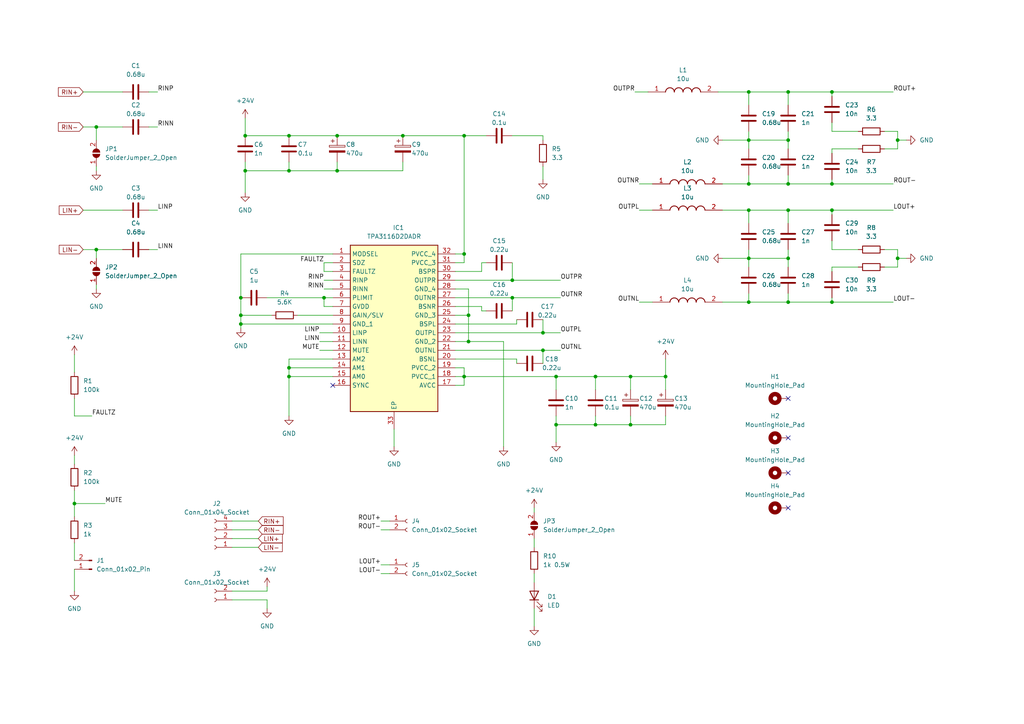
<source format=kicad_sch>
(kicad_sch (version 20230121) (generator eeschema)

  (uuid acb6fdc6-bf5d-407d-b547-0b4835e06993)

  (paper "A4")

  (lib_symbols
    (symbol "Connector:Conn_01x02_Pin" (pin_names (offset 1.016) hide) (in_bom yes) (on_board yes)
      (property "Reference" "J" (at 0 2.54 0)
        (effects (font (size 1.27 1.27)))
      )
      (property "Value" "Conn_01x02_Pin" (at 0 -5.08 0)
        (effects (font (size 1.27 1.27)))
      )
      (property "Footprint" "" (at 0 0 0)
        (effects (font (size 1.27 1.27)) hide)
      )
      (property "Datasheet" "~" (at 0 0 0)
        (effects (font (size 1.27 1.27)) hide)
      )
      (property "ki_locked" "" (at 0 0 0)
        (effects (font (size 1.27 1.27)))
      )
      (property "ki_keywords" "connector" (at 0 0 0)
        (effects (font (size 1.27 1.27)) hide)
      )
      (property "ki_description" "Generic connector, single row, 01x02, script generated" (at 0 0 0)
        (effects (font (size 1.27 1.27)) hide)
      )
      (property "ki_fp_filters" "Connector*:*_1x??_*" (at 0 0 0)
        (effects (font (size 1.27 1.27)) hide)
      )
      (symbol "Conn_01x02_Pin_1_1"
        (polyline
          (pts
            (xy 1.27 -2.54)
            (xy 0.8636 -2.54)
          )
          (stroke (width 0.1524) (type default))
          (fill (type none))
        )
        (polyline
          (pts
            (xy 1.27 0)
            (xy 0.8636 0)
          )
          (stroke (width 0.1524) (type default))
          (fill (type none))
        )
        (rectangle (start 0.8636 -2.413) (end 0 -2.667)
          (stroke (width 0.1524) (type default))
          (fill (type outline))
        )
        (rectangle (start 0.8636 0.127) (end 0 -0.127)
          (stroke (width 0.1524) (type default))
          (fill (type outline))
        )
        (pin passive line (at 5.08 0 180) (length 3.81)
          (name "Pin_1" (effects (font (size 1.27 1.27))))
          (number "1" (effects (font (size 1.27 1.27))))
        )
        (pin passive line (at 5.08 -2.54 180) (length 3.81)
          (name "Pin_2" (effects (font (size 1.27 1.27))))
          (number "2" (effects (font (size 1.27 1.27))))
        )
      )
    )
    (symbol "Connector:Conn_01x02_Socket" (pin_names (offset 1.016) hide) (in_bom yes) (on_board yes)
      (property "Reference" "J" (at 0 2.54 0)
        (effects (font (size 1.27 1.27)))
      )
      (property "Value" "Conn_01x02_Socket" (at 0 -5.08 0)
        (effects (font (size 1.27 1.27)))
      )
      (property "Footprint" "" (at 0 0 0)
        (effects (font (size 1.27 1.27)) hide)
      )
      (property "Datasheet" "~" (at 0 0 0)
        (effects (font (size 1.27 1.27)) hide)
      )
      (property "ki_locked" "" (at 0 0 0)
        (effects (font (size 1.27 1.27)))
      )
      (property "ki_keywords" "connector" (at 0 0 0)
        (effects (font (size 1.27 1.27)) hide)
      )
      (property "ki_description" "Generic connector, single row, 01x02, script generated" (at 0 0 0)
        (effects (font (size 1.27 1.27)) hide)
      )
      (property "ki_fp_filters" "Connector*:*_1x??_*" (at 0 0 0)
        (effects (font (size 1.27 1.27)) hide)
      )
      (symbol "Conn_01x02_Socket_1_1"
        (arc (start 0 -2.032) (mid -0.5058 -2.54) (end 0 -3.048)
          (stroke (width 0.1524) (type default))
          (fill (type none))
        )
        (polyline
          (pts
            (xy -1.27 -2.54)
            (xy -0.508 -2.54)
          )
          (stroke (width 0.1524) (type default))
          (fill (type none))
        )
        (polyline
          (pts
            (xy -1.27 0)
            (xy -0.508 0)
          )
          (stroke (width 0.1524) (type default))
          (fill (type none))
        )
        (arc (start 0 0.508) (mid -0.5058 0) (end 0 -0.508)
          (stroke (width 0.1524) (type default))
          (fill (type none))
        )
        (pin passive line (at -5.08 0 0) (length 3.81)
          (name "Pin_1" (effects (font (size 1.27 1.27))))
          (number "1" (effects (font (size 1.27 1.27))))
        )
        (pin passive line (at -5.08 -2.54 0) (length 3.81)
          (name "Pin_2" (effects (font (size 1.27 1.27))))
          (number "2" (effects (font (size 1.27 1.27))))
        )
      )
    )
    (symbol "Connector:Conn_01x04_Socket" (pin_names (offset 1.016) hide) (in_bom yes) (on_board yes)
      (property "Reference" "J" (at 0 5.08 0)
        (effects (font (size 1.27 1.27)))
      )
      (property "Value" "Conn_01x04_Socket" (at 0 -7.62 0)
        (effects (font (size 1.27 1.27)))
      )
      (property "Footprint" "" (at 0 0 0)
        (effects (font (size 1.27 1.27)) hide)
      )
      (property "Datasheet" "~" (at 0 0 0)
        (effects (font (size 1.27 1.27)) hide)
      )
      (property "ki_locked" "" (at 0 0 0)
        (effects (font (size 1.27 1.27)))
      )
      (property "ki_keywords" "connector" (at 0 0 0)
        (effects (font (size 1.27 1.27)) hide)
      )
      (property "ki_description" "Generic connector, single row, 01x04, script generated" (at 0 0 0)
        (effects (font (size 1.27 1.27)) hide)
      )
      (property "ki_fp_filters" "Connector*:*_1x??_*" (at 0 0 0)
        (effects (font (size 1.27 1.27)) hide)
      )
      (symbol "Conn_01x04_Socket_1_1"
        (arc (start 0 -4.572) (mid -0.5058 -5.08) (end 0 -5.588)
          (stroke (width 0.1524) (type default))
          (fill (type none))
        )
        (arc (start 0 -2.032) (mid -0.5058 -2.54) (end 0 -3.048)
          (stroke (width 0.1524) (type default))
          (fill (type none))
        )
        (polyline
          (pts
            (xy -1.27 -5.08)
            (xy -0.508 -5.08)
          )
          (stroke (width 0.1524) (type default))
          (fill (type none))
        )
        (polyline
          (pts
            (xy -1.27 -2.54)
            (xy -0.508 -2.54)
          )
          (stroke (width 0.1524) (type default))
          (fill (type none))
        )
        (polyline
          (pts
            (xy -1.27 0)
            (xy -0.508 0)
          )
          (stroke (width 0.1524) (type default))
          (fill (type none))
        )
        (polyline
          (pts
            (xy -1.27 2.54)
            (xy -0.508 2.54)
          )
          (stroke (width 0.1524) (type default))
          (fill (type none))
        )
        (arc (start 0 0.508) (mid -0.5058 0) (end 0 -0.508)
          (stroke (width 0.1524) (type default))
          (fill (type none))
        )
        (arc (start 0 3.048) (mid -0.5058 2.54) (end 0 2.032)
          (stroke (width 0.1524) (type default))
          (fill (type none))
        )
        (pin passive line (at -5.08 2.54 0) (length 3.81)
          (name "Pin_1" (effects (font (size 1.27 1.27))))
          (number "1" (effects (font (size 1.27 1.27))))
        )
        (pin passive line (at -5.08 0 0) (length 3.81)
          (name "Pin_2" (effects (font (size 1.27 1.27))))
          (number "2" (effects (font (size 1.27 1.27))))
        )
        (pin passive line (at -5.08 -2.54 0) (length 3.81)
          (name "Pin_3" (effects (font (size 1.27 1.27))))
          (number "3" (effects (font (size 1.27 1.27))))
        )
        (pin passive line (at -5.08 -5.08 0) (length 3.81)
          (name "Pin_4" (effects (font (size 1.27 1.27))))
          (number "4" (effects (font (size 1.27 1.27))))
        )
      )
    )
    (symbol "Device:C" (pin_numbers hide) (pin_names (offset 0.254)) (in_bom yes) (on_board yes)
      (property "Reference" "C" (at 0.635 2.54 0)
        (effects (font (size 1.27 1.27)) (justify left))
      )
      (property "Value" "C" (at 0.635 -2.54 0)
        (effects (font (size 1.27 1.27)) (justify left))
      )
      (property "Footprint" "" (at 0.9652 -3.81 0)
        (effects (font (size 1.27 1.27)) hide)
      )
      (property "Datasheet" "~" (at 0 0 0)
        (effects (font (size 1.27 1.27)) hide)
      )
      (property "ki_keywords" "cap capacitor" (at 0 0 0)
        (effects (font (size 1.27 1.27)) hide)
      )
      (property "ki_description" "Unpolarized capacitor" (at 0 0 0)
        (effects (font (size 1.27 1.27)) hide)
      )
      (property "ki_fp_filters" "C_*" (at 0 0 0)
        (effects (font (size 1.27 1.27)) hide)
      )
      (symbol "C_0_1"
        (polyline
          (pts
            (xy -2.032 -0.762)
            (xy 2.032 -0.762)
          )
          (stroke (width 0.508) (type default))
          (fill (type none))
        )
        (polyline
          (pts
            (xy -2.032 0.762)
            (xy 2.032 0.762)
          )
          (stroke (width 0.508) (type default))
          (fill (type none))
        )
      )
      (symbol "C_1_1"
        (pin passive line (at 0 3.81 270) (length 2.794)
          (name "~" (effects (font (size 1.27 1.27))))
          (number "1" (effects (font (size 1.27 1.27))))
        )
        (pin passive line (at 0 -3.81 90) (length 2.794)
          (name "~" (effects (font (size 1.27 1.27))))
          (number "2" (effects (font (size 1.27 1.27))))
        )
      )
    )
    (symbol "Device:C_Polarized" (pin_numbers hide) (pin_names (offset 0.254)) (in_bom yes) (on_board yes)
      (property "Reference" "C" (at 0.635 2.54 0)
        (effects (font (size 1.27 1.27)) (justify left))
      )
      (property "Value" "C_Polarized" (at 0.635 -2.54 0)
        (effects (font (size 1.27 1.27)) (justify left))
      )
      (property "Footprint" "" (at 0.9652 -3.81 0)
        (effects (font (size 1.27 1.27)) hide)
      )
      (property "Datasheet" "~" (at 0 0 0)
        (effects (font (size 1.27 1.27)) hide)
      )
      (property "ki_keywords" "cap capacitor" (at 0 0 0)
        (effects (font (size 1.27 1.27)) hide)
      )
      (property "ki_description" "Polarized capacitor" (at 0 0 0)
        (effects (font (size 1.27 1.27)) hide)
      )
      (property "ki_fp_filters" "CP_*" (at 0 0 0)
        (effects (font (size 1.27 1.27)) hide)
      )
      (symbol "C_Polarized_0_1"
        (rectangle (start -2.286 0.508) (end 2.286 1.016)
          (stroke (width 0) (type default))
          (fill (type none))
        )
        (polyline
          (pts
            (xy -1.778 2.286)
            (xy -0.762 2.286)
          )
          (stroke (width 0) (type default))
          (fill (type none))
        )
        (polyline
          (pts
            (xy -1.27 2.794)
            (xy -1.27 1.778)
          )
          (stroke (width 0) (type default))
          (fill (type none))
        )
        (rectangle (start 2.286 -0.508) (end -2.286 -1.016)
          (stroke (width 0) (type default))
          (fill (type outline))
        )
      )
      (symbol "C_Polarized_1_1"
        (pin passive line (at 0 3.81 270) (length 2.794)
          (name "~" (effects (font (size 1.27 1.27))))
          (number "1" (effects (font (size 1.27 1.27))))
        )
        (pin passive line (at 0 -3.81 90) (length 2.794)
          (name "~" (effects (font (size 1.27 1.27))))
          (number "2" (effects (font (size 1.27 1.27))))
        )
      )
    )
    (symbol "Device:LED" (pin_numbers hide) (pin_names (offset 1.016) hide) (in_bom yes) (on_board yes)
      (property "Reference" "D" (at 0 2.54 0)
        (effects (font (size 1.27 1.27)))
      )
      (property "Value" "LED" (at 0 -2.54 0)
        (effects (font (size 1.27 1.27)))
      )
      (property "Footprint" "" (at 0 0 0)
        (effects (font (size 1.27 1.27)) hide)
      )
      (property "Datasheet" "~" (at 0 0 0)
        (effects (font (size 1.27 1.27)) hide)
      )
      (property "ki_keywords" "LED diode" (at 0 0 0)
        (effects (font (size 1.27 1.27)) hide)
      )
      (property "ki_description" "Light emitting diode" (at 0 0 0)
        (effects (font (size 1.27 1.27)) hide)
      )
      (property "ki_fp_filters" "LED* LED_SMD:* LED_THT:*" (at 0 0 0)
        (effects (font (size 1.27 1.27)) hide)
      )
      (symbol "LED_0_1"
        (polyline
          (pts
            (xy -1.27 -1.27)
            (xy -1.27 1.27)
          )
          (stroke (width 0.254) (type default))
          (fill (type none))
        )
        (polyline
          (pts
            (xy -1.27 0)
            (xy 1.27 0)
          )
          (stroke (width 0) (type default))
          (fill (type none))
        )
        (polyline
          (pts
            (xy 1.27 -1.27)
            (xy 1.27 1.27)
            (xy -1.27 0)
            (xy 1.27 -1.27)
          )
          (stroke (width 0.254) (type default))
          (fill (type none))
        )
        (polyline
          (pts
            (xy -3.048 -0.762)
            (xy -4.572 -2.286)
            (xy -3.81 -2.286)
            (xy -4.572 -2.286)
            (xy -4.572 -1.524)
          )
          (stroke (width 0) (type default))
          (fill (type none))
        )
        (polyline
          (pts
            (xy -1.778 -0.762)
            (xy -3.302 -2.286)
            (xy -2.54 -2.286)
            (xy -3.302 -2.286)
            (xy -3.302 -1.524)
          )
          (stroke (width 0) (type default))
          (fill (type none))
        )
      )
      (symbol "LED_1_1"
        (pin passive line (at -3.81 0 0) (length 2.54)
          (name "K" (effects (font (size 1.27 1.27))))
          (number "1" (effects (font (size 1.27 1.27))))
        )
        (pin passive line (at 3.81 0 180) (length 2.54)
          (name "A" (effects (font (size 1.27 1.27))))
          (number "2" (effects (font (size 1.27 1.27))))
        )
      )
    )
    (symbol "Device:R" (pin_numbers hide) (pin_names (offset 0)) (in_bom yes) (on_board yes)
      (property "Reference" "R" (at 2.032 0 90)
        (effects (font (size 1.27 1.27)))
      )
      (property "Value" "R" (at 0 0 90)
        (effects (font (size 1.27 1.27)))
      )
      (property "Footprint" "" (at -1.778 0 90)
        (effects (font (size 1.27 1.27)) hide)
      )
      (property "Datasheet" "~" (at 0 0 0)
        (effects (font (size 1.27 1.27)) hide)
      )
      (property "ki_keywords" "R res resistor" (at 0 0 0)
        (effects (font (size 1.27 1.27)) hide)
      )
      (property "ki_description" "Resistor" (at 0 0 0)
        (effects (font (size 1.27 1.27)) hide)
      )
      (property "ki_fp_filters" "R_*" (at 0 0 0)
        (effects (font (size 1.27 1.27)) hide)
      )
      (symbol "R_0_1"
        (rectangle (start -1.016 -2.54) (end 1.016 2.54)
          (stroke (width 0.254) (type default))
          (fill (type none))
        )
      )
      (symbol "R_1_1"
        (pin passive line (at 0 3.81 270) (length 1.27)
          (name "~" (effects (font (size 1.27 1.27))))
          (number "1" (effects (font (size 1.27 1.27))))
        )
        (pin passive line (at 0 -3.81 90) (length 1.27)
          (name "~" (effects (font (size 1.27 1.27))))
          (number "2" (effects (font (size 1.27 1.27))))
        )
      )
    )
    (symbol "Jumper:SolderJumper_2_Open" (pin_names (offset 0) hide) (in_bom yes) (on_board yes)
      (property "Reference" "JP" (at 0 2.032 0)
        (effects (font (size 1.27 1.27)))
      )
      (property "Value" "SolderJumper_2_Open" (at 0 -2.54 0)
        (effects (font (size 1.27 1.27)))
      )
      (property "Footprint" "" (at 0 0 0)
        (effects (font (size 1.27 1.27)) hide)
      )
      (property "Datasheet" "~" (at 0 0 0)
        (effects (font (size 1.27 1.27)) hide)
      )
      (property "ki_keywords" "solder jumper SPST" (at 0 0 0)
        (effects (font (size 1.27 1.27)) hide)
      )
      (property "ki_description" "Solder Jumper, 2-pole, open" (at 0 0 0)
        (effects (font (size 1.27 1.27)) hide)
      )
      (property "ki_fp_filters" "SolderJumper*Open*" (at 0 0 0)
        (effects (font (size 1.27 1.27)) hide)
      )
      (symbol "SolderJumper_2_Open_0_1"
        (arc (start -0.254 1.016) (mid -1.2656 0) (end -0.254 -1.016)
          (stroke (width 0) (type default))
          (fill (type none))
        )
        (arc (start -0.254 1.016) (mid -1.2656 0) (end -0.254 -1.016)
          (stroke (width 0) (type default))
          (fill (type outline))
        )
        (polyline
          (pts
            (xy -0.254 1.016)
            (xy -0.254 -1.016)
          )
          (stroke (width 0) (type default))
          (fill (type none))
        )
        (polyline
          (pts
            (xy 0.254 1.016)
            (xy 0.254 -1.016)
          )
          (stroke (width 0) (type default))
          (fill (type none))
        )
        (arc (start 0.254 -1.016) (mid 1.2656 0) (end 0.254 1.016)
          (stroke (width 0) (type default))
          (fill (type none))
        )
        (arc (start 0.254 -1.016) (mid 1.2656 0) (end 0.254 1.016)
          (stroke (width 0) (type default))
          (fill (type outline))
        )
      )
      (symbol "SolderJumper_2_Open_1_1"
        (pin passive line (at -3.81 0 0) (length 2.54)
          (name "A" (effects (font (size 1.27 1.27))))
          (number "1" (effects (font (size 1.27 1.27))))
        )
        (pin passive line (at 3.81 0 180) (length 2.54)
          (name "B" (effects (font (size 1.27 1.27))))
          (number "2" (effects (font (size 1.27 1.27))))
        )
      )
    )
    (symbol "Mechanical:MountingHole_Pad" (pin_numbers hide) (pin_names (offset 1.016) hide) (in_bom yes) (on_board yes)
      (property "Reference" "H" (at 0 6.35 0)
        (effects (font (size 1.27 1.27)))
      )
      (property "Value" "MountingHole_Pad" (at 0 4.445 0)
        (effects (font (size 1.27 1.27)))
      )
      (property "Footprint" "" (at 0 0 0)
        (effects (font (size 1.27 1.27)) hide)
      )
      (property "Datasheet" "~" (at 0 0 0)
        (effects (font (size 1.27 1.27)) hide)
      )
      (property "ki_keywords" "mounting hole" (at 0 0 0)
        (effects (font (size 1.27 1.27)) hide)
      )
      (property "ki_description" "Mounting Hole with connection" (at 0 0 0)
        (effects (font (size 1.27 1.27)) hide)
      )
      (property "ki_fp_filters" "MountingHole*Pad*" (at 0 0 0)
        (effects (font (size 1.27 1.27)) hide)
      )
      (symbol "MountingHole_Pad_0_1"
        (circle (center 0 1.27) (radius 1.27)
          (stroke (width 1.27) (type default))
          (fill (type none))
        )
      )
      (symbol "MountingHole_Pad_1_1"
        (pin input line (at 0 -2.54 90) (length 2.54)
          (name "1" (effects (font (size 1.27 1.27))))
          (number "1" (effects (font (size 1.27 1.27))))
        )
      )
    )
    (symbol "SamacSys_Parts:104CDMCCDS-100MC" (pin_names hide) (in_bom yes) (on_board yes)
      (property "Reference" "L" (at 16.51 6.35 0)
        (effects (font (size 1.27 1.27)) (justify left top))
      )
      (property "Value" "104CDMCCDS-100MC" (at 16.51 3.81 0)
        (effects (font (size 1.27 1.27)) (justify left top))
      )
      (property "Footprint" "104CDMCCDS100MC" (at 16.51 -96.19 0)
        (effects (font (size 1.27 1.27)) (justify left top) hide)
      )
      (property "Datasheet" "https://componentsearchengine.com/Datasheets/1/104CDMCCDS-100MC.pdf" (at 16.51 -196.19 0)
        (effects (font (size 1.27 1.27)) (justify left top) hide)
      )
      (property "Height" "4" (at 16.51 -396.19 0)
        (effects (font (size 1.27 1.27)) (justify left top) hide)
      )
      (property "Mouser Part Number" "851-104CDMCCDS-100MC" (at 16.51 -496.19 0)
        (effects (font (size 1.27 1.27)) (justify left top) hide)
      )
      (property "Mouser Price/Stock" "https://www.mouser.co.uk/ProductDetail/Sumida/104CDMCCDS-100MC?qs=D3efs7kfDkXYkMvk7UdnpA%3D%3D" (at 16.51 -596.19 0)
        (effects (font (size 1.27 1.27)) (justify left top) hide)
      )
      (property "Manufacturer_Name" "Sumida" (at 16.51 -696.19 0)
        (effects (font (size 1.27 1.27)) (justify left top) hide)
      )
      (property "Manufacturer_Part_Number" "104CDMCCDS-100MC" (at 16.51 -796.19 0)
        (effects (font (size 1.27 1.27)) (justify left top) hide)
      )
      (property "ki_description" "Fixed Inductors 10uH 20% 30mOhms Metal Composite" (at 0 0 0)
        (effects (font (size 1.27 1.27)) hide)
      )
      (symbol "104CDMCCDS-100MC_1_1"
        (arc (start 7.62 0) (mid 6.35 1.219) (end 5.08 0)
          (stroke (width 0.254) (type default))
          (fill (type none))
        )
        (arc (start 10.16 0) (mid 8.89 1.219) (end 7.62 0)
          (stroke (width 0.254) (type default))
          (fill (type none))
        )
        (arc (start 12.7 0) (mid 11.43 1.219) (end 10.16 0)
          (stroke (width 0.254) (type default))
          (fill (type none))
        )
        (arc (start 15.24 0) (mid 13.97 1.219) (end 12.7 0)
          (stroke (width 0.254) (type default))
          (fill (type none))
        )
        (pin passive line (at 0 0 0) (length 5.08)
          (name "1" (effects (font (size 1.27 1.27))))
          (number "1" (effects (font (size 1.27 1.27))))
        )
        (pin passive line (at 20.32 0 180) (length 5.08)
          (name "2" (effects (font (size 1.27 1.27))))
          (number "2" (effects (font (size 1.27 1.27))))
        )
      )
    )
    (symbol "SamacSys_Parts:TPA3116D2DADR" (in_bom yes) (on_board yes)
      (property "Reference" "IC" (at 31.75 7.62 0)
        (effects (font (size 1.27 1.27)) (justify left top))
      )
      (property "Value" "TPA3116D2DADR" (at 31.75 5.08 0)
        (effects (font (size 1.27 1.27)) (justify left top))
      )
      (property "Footprint" "SOP65P810X120-33N" (at 31.75 -94.92 0)
        (effects (font (size 1.27 1.27)) (justify left top) hide)
      )
      (property "Datasheet" "http://www.ti.com/lit/gpn/tpa3116d2" (at 31.75 -194.92 0)
        (effects (font (size 1.27 1.27)) (justify left top) hide)
      )
      (property "Height" "1.2" (at 31.75 -394.92 0)
        (effects (font (size 1.27 1.27)) (justify left top) hide)
      )
      (property "Mouser Part Number" "595-TPA3116D2DADR" (at 31.75 -494.92 0)
        (effects (font (size 1.27 1.27)) (justify left top) hide)
      )
      (property "Mouser Price/Stock" "https://www.mouser.co.uk/ProductDetail/Texas-Instruments/TPA3116D2DADR?qs=3AcK5DacLbpIP1YDOj0hAg%3D%3D" (at 31.75 -594.92 0)
        (effects (font (size 1.27 1.27)) (justify left top) hide)
      )
      (property "Manufacturer_Name" "Texas Instruments" (at 31.75 -694.92 0)
        (effects (font (size 1.27 1.27)) (justify left top) hide)
      )
      (property "Manufacturer_Part_Number" "TPA3116D2DADR" (at 31.75 -794.92 0)
        (effects (font (size 1.27 1.27)) (justify left top) hide)
      )
      (property "ki_description" "50-W Stereo (BTL) Class-D Audio Amp w/ SpeakerGuard" (at 0 0 0)
        (effects (font (size 1.27 1.27)) hide)
      )
      (symbol "TPA3116D2DADR_1_1"
        (rectangle (start 5.08 2.54) (end 30.48 -45.72)
          (stroke (width 0.254) (type default))
          (fill (type background))
        )
        (pin passive line (at 0 0 0) (length 5.08)
          (name "MODSEL" (effects (font (size 1.27 1.27))))
          (number "1" (effects (font (size 1.27 1.27))))
        )
        (pin passive line (at 0 -22.86 0) (length 5.08)
          (name "LINP" (effects (font (size 1.27 1.27))))
          (number "10" (effects (font (size 1.27 1.27))))
        )
        (pin passive line (at 0 -25.4 0) (length 5.08)
          (name "LINN" (effects (font (size 1.27 1.27))))
          (number "11" (effects (font (size 1.27 1.27))))
        )
        (pin passive line (at 0 -27.94 0) (length 5.08)
          (name "MUTE" (effects (font (size 1.27 1.27))))
          (number "12" (effects (font (size 1.27 1.27))))
        )
        (pin passive line (at 0 -30.48 0) (length 5.08)
          (name "AM2" (effects (font (size 1.27 1.27))))
          (number "13" (effects (font (size 1.27 1.27))))
        )
        (pin passive line (at 0 -33.02 0) (length 5.08)
          (name "AM1" (effects (font (size 1.27 1.27))))
          (number "14" (effects (font (size 1.27 1.27))))
        )
        (pin passive line (at 0 -35.56 0) (length 5.08)
          (name "AM0" (effects (font (size 1.27 1.27))))
          (number "15" (effects (font (size 1.27 1.27))))
        )
        (pin passive line (at 0 -38.1 0) (length 5.08)
          (name "SYNC" (effects (font (size 1.27 1.27))))
          (number "16" (effects (font (size 1.27 1.27))))
        )
        (pin passive line (at 35.56 -38.1 180) (length 5.08)
          (name "AVCC" (effects (font (size 1.27 1.27))))
          (number "17" (effects (font (size 1.27 1.27))))
        )
        (pin passive line (at 35.56 -35.56 180) (length 5.08)
          (name "PVCC_1" (effects (font (size 1.27 1.27))))
          (number "18" (effects (font (size 1.27 1.27))))
        )
        (pin passive line (at 35.56 -33.02 180) (length 5.08)
          (name "PVCC_2" (effects (font (size 1.27 1.27))))
          (number "19" (effects (font (size 1.27 1.27))))
        )
        (pin passive line (at 0 -2.54 0) (length 5.08)
          (name "SDZ" (effects (font (size 1.27 1.27))))
          (number "2" (effects (font (size 1.27 1.27))))
        )
        (pin passive line (at 35.56 -30.48 180) (length 5.08)
          (name "BSNL" (effects (font (size 1.27 1.27))))
          (number "20" (effects (font (size 1.27 1.27))))
        )
        (pin passive line (at 35.56 -27.94 180) (length 5.08)
          (name "OUTNL" (effects (font (size 1.27 1.27))))
          (number "21" (effects (font (size 1.27 1.27))))
        )
        (pin passive line (at 35.56 -25.4 180) (length 5.08)
          (name "GND_2" (effects (font (size 1.27 1.27))))
          (number "22" (effects (font (size 1.27 1.27))))
        )
        (pin passive line (at 35.56 -22.86 180) (length 5.08)
          (name "OUTPL" (effects (font (size 1.27 1.27))))
          (number "23" (effects (font (size 1.27 1.27))))
        )
        (pin passive line (at 35.56 -20.32 180) (length 5.08)
          (name "BSPL" (effects (font (size 1.27 1.27))))
          (number "24" (effects (font (size 1.27 1.27))))
        )
        (pin passive line (at 35.56 -17.78 180) (length 5.08)
          (name "GND_3" (effects (font (size 1.27 1.27))))
          (number "25" (effects (font (size 1.27 1.27))))
        )
        (pin passive line (at 35.56 -15.24 180) (length 5.08)
          (name "BSNR" (effects (font (size 1.27 1.27))))
          (number "26" (effects (font (size 1.27 1.27))))
        )
        (pin passive line (at 35.56 -12.7 180) (length 5.08)
          (name "OUTNR" (effects (font (size 1.27 1.27))))
          (number "27" (effects (font (size 1.27 1.27))))
        )
        (pin passive line (at 35.56 -10.16 180) (length 5.08)
          (name "GND_4" (effects (font (size 1.27 1.27))))
          (number "28" (effects (font (size 1.27 1.27))))
        )
        (pin passive line (at 35.56 -7.62 180) (length 5.08)
          (name "OUTPR" (effects (font (size 1.27 1.27))))
          (number "29" (effects (font (size 1.27 1.27))))
        )
        (pin passive line (at 0 -5.08 0) (length 5.08)
          (name "FAULTZ" (effects (font (size 1.27 1.27))))
          (number "3" (effects (font (size 1.27 1.27))))
        )
        (pin passive line (at 35.56 -5.08 180) (length 5.08)
          (name "BSPR" (effects (font (size 1.27 1.27))))
          (number "30" (effects (font (size 1.27 1.27))))
        )
        (pin passive line (at 35.56 -2.54 180) (length 5.08)
          (name "PVCC_3" (effects (font (size 1.27 1.27))))
          (number "31" (effects (font (size 1.27 1.27))))
        )
        (pin passive line (at 35.56 0 180) (length 5.08)
          (name "PVCC_4" (effects (font (size 1.27 1.27))))
          (number "32" (effects (font (size 1.27 1.27))))
        )
        (pin passive line (at 17.78 -50.8 90) (length 5.08)
          (name "EP" (effects (font (size 1.27 1.27))))
          (number "33" (effects (font (size 1.27 1.27))))
        )
        (pin passive line (at 0 -7.62 0) (length 5.08)
          (name "RINP" (effects (font (size 1.27 1.27))))
          (number "4" (effects (font (size 1.27 1.27))))
        )
        (pin passive line (at 0 -10.16 0) (length 5.08)
          (name "RINN" (effects (font (size 1.27 1.27))))
          (number "5" (effects (font (size 1.27 1.27))))
        )
        (pin passive line (at 0 -12.7 0) (length 5.08)
          (name "PLIMIT" (effects (font (size 1.27 1.27))))
          (number "6" (effects (font (size 1.27 1.27))))
        )
        (pin passive line (at 0 -15.24 0) (length 5.08)
          (name "GVDD" (effects (font (size 1.27 1.27))))
          (number "7" (effects (font (size 1.27 1.27))))
        )
        (pin passive line (at 0 -17.78 0) (length 5.08)
          (name "GAIN/SLV" (effects (font (size 1.27 1.27))))
          (number "8" (effects (font (size 1.27 1.27))))
        )
        (pin passive line (at 0 -20.32 0) (length 5.08)
          (name "GND_1" (effects (font (size 1.27 1.27))))
          (number "9" (effects (font (size 1.27 1.27))))
        )
      )
    )
    (symbol "power:+24V" (power) (pin_names (offset 0)) (in_bom yes) (on_board yes)
      (property "Reference" "#PWR" (at 0 -3.81 0)
        (effects (font (size 1.27 1.27)) hide)
      )
      (property "Value" "+24V" (at 0 3.556 0)
        (effects (font (size 1.27 1.27)))
      )
      (property "Footprint" "" (at 0 0 0)
        (effects (font (size 1.27 1.27)) hide)
      )
      (property "Datasheet" "" (at 0 0 0)
        (effects (font (size 1.27 1.27)) hide)
      )
      (property "ki_keywords" "global power" (at 0 0 0)
        (effects (font (size 1.27 1.27)) hide)
      )
      (property "ki_description" "Power symbol creates a global label with name \"+24V\"" (at 0 0 0)
        (effects (font (size 1.27 1.27)) hide)
      )
      (symbol "+24V_0_1"
        (polyline
          (pts
            (xy -0.762 1.27)
            (xy 0 2.54)
          )
          (stroke (width 0) (type default))
          (fill (type none))
        )
        (polyline
          (pts
            (xy 0 0)
            (xy 0 2.54)
          )
          (stroke (width 0) (type default))
          (fill (type none))
        )
        (polyline
          (pts
            (xy 0 2.54)
            (xy 0.762 1.27)
          )
          (stroke (width 0) (type default))
          (fill (type none))
        )
      )
      (symbol "+24V_1_1"
        (pin power_in line (at 0 0 90) (length 0) hide
          (name "+24V" (effects (font (size 1.27 1.27))))
          (number "1" (effects (font (size 1.27 1.27))))
        )
      )
    )
    (symbol "power:GND" (power) (pin_names (offset 0)) (in_bom yes) (on_board yes)
      (property "Reference" "#PWR" (at 0 -6.35 0)
        (effects (font (size 1.27 1.27)) hide)
      )
      (property "Value" "GND" (at 0 -3.81 0)
        (effects (font (size 1.27 1.27)))
      )
      (property "Footprint" "" (at 0 0 0)
        (effects (font (size 1.27 1.27)) hide)
      )
      (property "Datasheet" "" (at 0 0 0)
        (effects (font (size 1.27 1.27)) hide)
      )
      (property "ki_keywords" "global power" (at 0 0 0)
        (effects (font (size 1.27 1.27)) hide)
      )
      (property "ki_description" "Power symbol creates a global label with name \"GND\" , ground" (at 0 0 0)
        (effects (font (size 1.27 1.27)) hide)
      )
      (symbol "GND_0_1"
        (polyline
          (pts
            (xy 0 0)
            (xy 0 -1.27)
            (xy 1.27 -1.27)
            (xy 0 -2.54)
            (xy -1.27 -1.27)
            (xy 0 -1.27)
          )
          (stroke (width 0) (type default))
          (fill (type none))
        )
      )
      (symbol "GND_1_1"
        (pin power_in line (at 0 0 270) (length 0) hide
          (name "GND" (effects (font (size 1.27 1.27))))
          (number "1" (effects (font (size 1.27 1.27))))
        )
      )
    )
  )

  (junction (at 260.35 40.64) (diameter 0) (color 0 0 0 0)
    (uuid 0044e43f-0238-4837-a8c9-56855cbd16bd)
  )
  (junction (at 182.88 123.19) (diameter 0) (color 0 0 0 0)
    (uuid 05b260df-603a-483a-a034-c0c0b23125e1)
  )
  (junction (at 228.6 40.64) (diameter 0) (color 0 0 0 0)
    (uuid 1a134d41-3cf0-40ed-8265-88e1cc647d98)
  )
  (junction (at 135.89 91.44) (diameter 0) (color 0 0 0 0)
    (uuid 29eacf2e-3132-4fe5-8e32-fbda95ee7ecd)
  )
  (junction (at 83.82 106.68) (diameter 0) (color 0 0 0 0)
    (uuid 310384b2-0cab-4c8b-830d-5964cfc3d86a)
  )
  (junction (at 241.3 87.63) (diameter 0) (color 0 0 0 0)
    (uuid 35c29895-50e5-43a8-a0c8-98215e9edcad)
  )
  (junction (at 193.04 109.22) (diameter 0) (color 0 0 0 0)
    (uuid 3a4c72df-40ea-4ee5-905e-04039a57ded7)
  )
  (junction (at 97.79 39.37) (diameter 0) (color 0 0 0 0)
    (uuid 49a29904-da23-4a24-9335-4d911dd65f7c)
  )
  (junction (at 134.62 39.37) (diameter 0) (color 0 0 0 0)
    (uuid 4dad1194-5cbf-4023-ba28-1946a97d6f85)
  )
  (junction (at 21.59 146.05) (diameter 0) (color 0 0 0 0)
    (uuid 5124afb3-4882-4c54-8202-32d7a53e09bb)
  )
  (junction (at 148.59 81.28) (diameter 0) (color 0 0 0 0)
    (uuid 52cca35d-00e6-4963-b6db-d4a1744808fc)
  )
  (junction (at 83.82 49.53) (diameter 0) (color 0 0 0 0)
    (uuid 53a0e280-e7ca-4313-9df6-3d65ee80770d)
  )
  (junction (at 71.12 49.53) (diameter 0) (color 0 0 0 0)
    (uuid 56b84579-8eb9-49f8-b919-3f4f33b258ad)
  )
  (junction (at 161.29 123.19) (diameter 0) (color 0 0 0 0)
    (uuid 57fcbde7-8568-4e41-93bd-794029b3960b)
  )
  (junction (at 241.3 26.67) (diameter 0) (color 0 0 0 0)
    (uuid 58a51f76-7439-4461-a6d3-505569028c49)
  )
  (junction (at 83.82 39.37) (diameter 0) (color 0 0 0 0)
    (uuid 5f2bef79-7218-416f-9262-06dcff849132)
  )
  (junction (at 148.59 86.36) (diameter 0) (color 0 0 0 0)
    (uuid 5ffd9523-adac-4c95-a60c-2641a82c7717)
  )
  (junction (at 27.94 36.83) (diameter 0) (color 0 0 0 0)
    (uuid 60de3a9f-14e4-4dd1-9432-a04c238fb3f5)
  )
  (junction (at 228.6 74.93) (diameter 0) (color 0 0 0 0)
    (uuid 64c2ceba-8cf6-4265-a355-f388b3432d03)
  )
  (junction (at 134.62 73.66) (diameter 0) (color 0 0 0 0)
    (uuid 69318fae-1402-42b7-b125-982d16b9b27d)
  )
  (junction (at 116.84 39.37) (diameter 0) (color 0 0 0 0)
    (uuid 6ae4a1a6-9e8a-4e4f-88d6-59832c3d843e)
  )
  (junction (at 217.17 74.93) (diameter 0) (color 0 0 0 0)
    (uuid 6c4db6ce-5ddf-47a6-b5f7-8b8f4dad7d69)
  )
  (junction (at 134.62 109.22) (diameter 0) (color 0 0 0 0)
    (uuid 6e1d34a4-f8b1-4641-a41b-a6044f339a8e)
  )
  (junction (at 182.88 109.22) (diameter 0) (color 0 0 0 0)
    (uuid 74d71226-0104-4828-9ebf-7e6cbe85c691)
  )
  (junction (at 228.6 53.34) (diameter 0) (color 0 0 0 0)
    (uuid 8ab75233-c484-4b15-bfaf-973377988e50)
  )
  (junction (at 161.29 109.22) (diameter 0) (color 0 0 0 0)
    (uuid 8baade5e-c87d-44ae-8921-bbb96901b9a2)
  )
  (junction (at 69.85 93.98) (diameter 0) (color 0 0 0 0)
    (uuid 9219d70f-f9f7-4962-b51c-eadc4f074508)
  )
  (junction (at 217.17 53.34) (diameter 0) (color 0 0 0 0)
    (uuid 97f8792f-242f-4153-8abb-cae144f56e9b)
  )
  (junction (at 69.85 86.36) (diameter 0) (color 0 0 0 0)
    (uuid 98d7738f-5e48-447c-8ef2-03d464bece4c)
  )
  (junction (at 228.6 60.96) (diameter 0) (color 0 0 0 0)
    (uuid 9af765fc-1fba-4e05-865e-21bec4ae5f67)
  )
  (junction (at 217.17 40.64) (diameter 0) (color 0 0 0 0)
    (uuid a3999e86-4d7f-4f12-9603-fa36833cdbab)
  )
  (junction (at 241.3 60.96) (diameter 0) (color 0 0 0 0)
    (uuid aba28e03-a71b-462a-9fa1-91a43359aa2b)
  )
  (junction (at 69.85 91.44) (diameter 0) (color 0 0 0 0)
    (uuid acc4079c-ed73-4fb9-80af-b7dfc09ab6ac)
  )
  (junction (at 97.79 49.53) (diameter 0) (color 0 0 0 0)
    (uuid bbaee809-0dad-4a70-92d8-1fa8e7aeec2c)
  )
  (junction (at 260.35 74.93) (diameter 0) (color 0 0 0 0)
    (uuid c3ed0e7b-7bb1-4db1-8040-e926aabc6da0)
  )
  (junction (at 157.48 96.52) (diameter 0) (color 0 0 0 0)
    (uuid c59f498e-2684-47a7-aec6-61faecdfb3af)
  )
  (junction (at 217.17 60.96) (diameter 0) (color 0 0 0 0)
    (uuid ccd89635-2940-473b-adf1-105a2c8215f4)
  )
  (junction (at 172.72 123.19) (diameter 0) (color 0 0 0 0)
    (uuid d0f428a8-2b3d-47c9-8fe6-91378c3a1f3b)
  )
  (junction (at 93.98 86.36) (diameter 0) (color 0 0 0 0)
    (uuid d45755d7-0395-4e97-8e94-de1a91db6c33)
  )
  (junction (at 241.3 53.34) (diameter 0) (color 0 0 0 0)
    (uuid d9433a4e-f56e-42c7-a76b-fbea59655a0e)
  )
  (junction (at 83.82 109.22) (diameter 0) (color 0 0 0 0)
    (uuid d9b40ee4-ac1c-4ada-b2fc-bff7b92cd558)
  )
  (junction (at 27.94 72.39) (diameter 0) (color 0 0 0 0)
    (uuid df079b3d-4396-4695-8702-c574a69b5d13)
  )
  (junction (at 228.6 87.63) (diameter 0) (color 0 0 0 0)
    (uuid df74cb3a-8caf-4818-9677-a81cd2396a1f)
  )
  (junction (at 71.12 39.37) (diameter 0) (color 0 0 0 0)
    (uuid e6cfc7e0-29f2-4bea-9a20-72d3fa50d486)
  )
  (junction (at 217.17 26.67) (diameter 0) (color 0 0 0 0)
    (uuid e702737e-b7ae-4795-9720-1dcbede116e7)
  )
  (junction (at 228.6 26.67) (diameter 0) (color 0 0 0 0)
    (uuid e89d7c66-7e85-4e12-b92d-7067ba681eeb)
  )
  (junction (at 217.17 87.63) (diameter 0) (color 0 0 0 0)
    (uuid f3476eeb-c465-4d10-be1f-80d6482f73d7)
  )
  (junction (at 135.89 99.06) (diameter 0) (color 0 0 0 0)
    (uuid f78f081c-951a-424d-8884-e542616bc94b)
  )
  (junction (at 172.72 109.22) (diameter 0) (color 0 0 0 0)
    (uuid fc9c8839-bf4f-480d-ae8d-81dbaa4d45e3)
  )
  (junction (at 157.48 101.6) (diameter 0) (color 0 0 0 0)
    (uuid ff5a0619-9e4c-4517-8ca6-ea3a3833593b)
  )

  (no_connect (at 228.6 115.57) (uuid 334b3224-d4f9-4412-877f-856bff8fc4c1))
  (no_connect (at 96.52 111.76) (uuid 42d7a54b-6e1f-4b23-935a-98c4c465d7aa))
  (no_connect (at 228.6 137.16) (uuid 5536f1f3-96ab-4e0c-838b-412d71d80630))
  (no_connect (at 228.6 127) (uuid 6aae3fbe-7c63-462b-80ba-6d6e7c5ad909))
  (no_connect (at 228.6 147.32) (uuid 9d52d770-5050-4b2b-89be-7b759037f6f0))

  (wire (pts (xy 241.3 86.36) (xy 241.3 87.63))
    (stroke (width 0) (type default))
    (uuid 018f72d2-38a7-4ec3-80d3-19b7334937ca)
  )
  (wire (pts (xy 27.94 72.39) (xy 27.94 74.93))
    (stroke (width 0) (type default))
    (uuid 01c48905-ca46-4e78-a1b8-a0e307f5a7c7)
  )
  (wire (pts (xy 217.17 87.63) (xy 228.6 87.63))
    (stroke (width 0) (type default))
    (uuid 023d2c6e-f83a-4cba-88ce-f45135eb9fa3)
  )
  (wire (pts (xy 92.71 99.06) (xy 96.52 99.06))
    (stroke (width 0) (type default))
    (uuid 03b57798-edbf-41c5-886e-0e747ffa3db4)
  )
  (wire (pts (xy 83.82 106.68) (xy 83.82 109.22))
    (stroke (width 0) (type default))
    (uuid 043f4f1f-5c01-4f05-80e3-27f8ef73b762)
  )
  (wire (pts (xy 67.31 171.45) (xy 77.47 171.45))
    (stroke (width 0) (type default))
    (uuid 04efa64c-17fc-4b20-8dd5-98e80bf3d321)
  )
  (wire (pts (xy 67.31 156.21) (xy 74.93 156.21))
    (stroke (width 0) (type default))
    (uuid 0524976b-5f1d-4633-810e-3c117bdded71)
  )
  (wire (pts (xy 83.82 49.53) (xy 97.79 49.53))
    (stroke (width 0) (type default))
    (uuid 088f4fab-1c09-46a6-8b47-7c0e2c460eab)
  )
  (wire (pts (xy 83.82 39.37) (xy 97.79 39.37))
    (stroke (width 0) (type default))
    (uuid 0aa7df56-4f6e-49ba-9a39-82fc09d6320b)
  )
  (wire (pts (xy 26.67 120.65) (xy 21.59 120.65))
    (stroke (width 0) (type default))
    (uuid 0d1f0b7e-5887-4b5b-a8ff-f3e0d40ad021)
  )
  (wire (pts (xy 93.98 88.9) (xy 96.52 88.9))
    (stroke (width 0) (type default))
    (uuid 107c536d-b25e-412b-b537-71593d4867ac)
  )
  (wire (pts (xy 241.3 38.1) (xy 248.92 38.1))
    (stroke (width 0) (type default))
    (uuid 1126380f-9dd6-4953-86b1-55ddb2880126)
  )
  (wire (pts (xy 241.3 60.96) (xy 259.08 60.96))
    (stroke (width 0) (type default))
    (uuid 12ec05d5-4b9e-4ce6-b9fa-cd3e210adc5d)
  )
  (wire (pts (xy 93.98 76.2) (xy 93.98 78.74))
    (stroke (width 0) (type default))
    (uuid 142eb39a-4054-4d30-acbd-087aeda5df20)
  )
  (wire (pts (xy 241.3 87.63) (xy 228.6 87.63))
    (stroke (width 0) (type default))
    (uuid 14be7c3b-304b-4f9c-ab01-c2343b275721)
  )
  (wire (pts (xy 67.31 173.99) (xy 77.47 173.99))
    (stroke (width 0) (type default))
    (uuid 15111486-59ef-4ad2-ab07-496e3d713d3f)
  )
  (wire (pts (xy 161.29 109.22) (xy 161.29 113.03))
    (stroke (width 0) (type default))
    (uuid 15efa4ae-67db-46ec-a25c-f6919571f3f3)
  )
  (wire (pts (xy 217.17 38.1) (xy 217.17 40.64))
    (stroke (width 0) (type default))
    (uuid 160c2636-a005-4cf3-8b77-5eeb348b76b4)
  )
  (wire (pts (xy 217.17 40.64) (xy 228.6 40.64))
    (stroke (width 0) (type default))
    (uuid 17396385-0e8e-4d90-a4ec-fdb8a9944e2d)
  )
  (wire (pts (xy 21.59 165.1) (xy 21.59 171.45))
    (stroke (width 0) (type default))
    (uuid 17c67332-0aa2-4c05-b832-f80a65b95aec)
  )
  (wire (pts (xy 27.94 36.83) (xy 35.56 36.83))
    (stroke (width 0) (type default))
    (uuid 187b667d-2bb8-4821-94d7-40ce03feb326)
  )
  (wire (pts (xy 260.35 74.93) (xy 260.35 77.47))
    (stroke (width 0) (type default))
    (uuid 1b33b134-c525-4fe4-922d-1536488d8ef3)
  )
  (wire (pts (xy 83.82 109.22) (xy 83.82 120.65))
    (stroke (width 0) (type default))
    (uuid 1b7e8fa6-3551-4702-b8c7-cf515e3687d2)
  )
  (wire (pts (xy 27.94 36.83) (xy 27.94 40.64))
    (stroke (width 0) (type default))
    (uuid 1ba8dcb4-f9c9-4af7-9073-988c1873279e)
  )
  (wire (pts (xy 96.52 73.66) (xy 69.85 73.66))
    (stroke (width 0) (type default))
    (uuid 1c197fb4-93ee-4074-9f7d-d895f9c8a5b1)
  )
  (wire (pts (xy 154.94 176.53) (xy 154.94 181.61))
    (stroke (width 0) (type default))
    (uuid 202b21bf-b24c-402a-8fe4-ba47c9558063)
  )
  (wire (pts (xy 71.12 34.29) (xy 71.12 39.37))
    (stroke (width 0) (type default))
    (uuid 21b0f107-d3a7-4278-8fad-7c51c093fb6b)
  )
  (wire (pts (xy 241.3 26.67) (xy 241.3 27.94))
    (stroke (width 0) (type default))
    (uuid 232f334e-f31c-4fab-857c-a19d3a5f8df9)
  )
  (wire (pts (xy 217.17 53.34) (xy 228.6 53.34))
    (stroke (width 0) (type default))
    (uuid 235ad2eb-1915-41d4-960a-4a32735c3b6b)
  )
  (wire (pts (xy 97.79 49.53) (xy 116.84 49.53))
    (stroke (width 0) (type default))
    (uuid 23b8573d-0f4f-484d-a96e-767fa1386c40)
  )
  (wire (pts (xy 97.79 39.37) (xy 116.84 39.37))
    (stroke (width 0) (type default))
    (uuid 24216ba0-6f15-4181-bd61-daeebf9cfbab)
  )
  (wire (pts (xy 228.6 40.64) (xy 228.6 43.18))
    (stroke (width 0) (type default))
    (uuid 25fce0aa-44cf-4401-837e-8b3701fd6009)
  )
  (wire (pts (xy 241.3 26.67) (xy 259.08 26.67))
    (stroke (width 0) (type default))
    (uuid 27e38c79-d71f-4a6f-93bc-2868f64eb05c)
  )
  (wire (pts (xy 139.7 90.17) (xy 140.97 90.17))
    (stroke (width 0) (type default))
    (uuid 2875d932-6f36-4b31-b6d7-ebac7f7003bb)
  )
  (wire (pts (xy 149.86 104.14) (xy 149.86 105.41))
    (stroke (width 0) (type default))
    (uuid 2929622e-be1a-4dca-9f5b-3807e80d3ff5)
  )
  (wire (pts (xy 86.36 91.44) (xy 96.52 91.44))
    (stroke (width 0) (type default))
    (uuid 2bcf4e55-a31d-4922-89fb-92049aca8ad8)
  )
  (wire (pts (xy 228.6 60.96) (xy 241.3 60.96))
    (stroke (width 0) (type default))
    (uuid 2d24914e-5b38-4ca2-9708-9b5b75e19fb0)
  )
  (wire (pts (xy 93.98 81.28) (xy 96.52 81.28))
    (stroke (width 0) (type default))
    (uuid 2daeccae-0369-4123-97e6-8457f75d5057)
  )
  (wire (pts (xy 21.59 142.24) (xy 21.59 146.05))
    (stroke (width 0) (type default))
    (uuid 2edc850a-8bae-445d-a550-98c67127bcdd)
  )
  (wire (pts (xy 132.08 81.28) (xy 148.59 81.28))
    (stroke (width 0) (type default))
    (uuid 307ac947-b75f-4689-9227-ab657e7fb44b)
  )
  (wire (pts (xy 97.79 46.99) (xy 97.79 49.53))
    (stroke (width 0) (type default))
    (uuid 36af025f-1c4e-4e8d-a047-3992b9f5b0da)
  )
  (wire (pts (xy 77.47 170.18) (xy 77.47 171.45))
    (stroke (width 0) (type default))
    (uuid 389050f7-b0d9-43be-a495-15277981f493)
  )
  (wire (pts (xy 77.47 86.36) (xy 93.98 86.36))
    (stroke (width 0) (type default))
    (uuid 3ab15142-7382-4190-b4a5-d522577b44ad)
  )
  (wire (pts (xy 217.17 26.67) (xy 217.17 30.48))
    (stroke (width 0) (type default))
    (uuid 3c033149-616f-41ee-8185-c630121eded7)
  )
  (wire (pts (xy 228.6 38.1) (xy 228.6 40.64))
    (stroke (width 0) (type default))
    (uuid 3c3c531f-5b53-40f3-8e2a-6f47335b5d60)
  )
  (wire (pts (xy 83.82 106.68) (xy 96.52 106.68))
    (stroke (width 0) (type default))
    (uuid 3d88600a-572b-4a5f-820f-5c32b0605fb6)
  )
  (wire (pts (xy 260.35 77.47) (xy 256.54 77.47))
    (stroke (width 0) (type default))
    (uuid 4041312a-2668-4e21-a11f-91ccd2973315)
  )
  (wire (pts (xy 185.42 87.63) (xy 189.23 87.63))
    (stroke (width 0) (type default))
    (uuid 40c847e2-0c2f-4c34-ad1d-e030f5004409)
  )
  (wire (pts (xy 96.52 76.2) (xy 93.98 76.2))
    (stroke (width 0) (type default))
    (uuid 422f6046-2e32-4189-9c99-977a5ee47fe4)
  )
  (wire (pts (xy 217.17 85.09) (xy 217.17 87.63))
    (stroke (width 0) (type default))
    (uuid 424ce185-1223-4e45-b5dc-3f4519eb6ae4)
  )
  (wire (pts (xy 256.54 72.39) (xy 260.35 72.39))
    (stroke (width 0) (type default))
    (uuid 432cbab8-7d55-4dde-b9a1-2539827279fb)
  )
  (wire (pts (xy 24.13 36.83) (xy 27.94 36.83))
    (stroke (width 0) (type default))
    (uuid 43356879-b266-4bc4-a9d4-8c027dd47b42)
  )
  (wire (pts (xy 146.05 99.06) (xy 146.05 129.54))
    (stroke (width 0) (type default))
    (uuid 4558c220-becd-4388-a3c7-debd0c037613)
  )
  (wire (pts (xy 69.85 91.44) (xy 69.85 86.36))
    (stroke (width 0) (type default))
    (uuid 45bd5348-2ce3-4c0d-8667-6e5a3ae909fe)
  )
  (wire (pts (xy 193.04 109.22) (xy 193.04 113.03))
    (stroke (width 0) (type default))
    (uuid 46734afc-64c2-4097-9810-a0b05ae64756)
  )
  (wire (pts (xy 157.48 96.52) (xy 162.56 96.52))
    (stroke (width 0) (type default))
    (uuid 46ca9262-df3d-4692-ba88-479eb9344291)
  )
  (wire (pts (xy 27.94 49.53) (xy 27.94 48.26))
    (stroke (width 0) (type default))
    (uuid 48c477b6-f63f-4c78-94c8-5af42756a770)
  )
  (wire (pts (xy 157.48 48.26) (xy 157.48 52.07))
    (stroke (width 0) (type default))
    (uuid 4a4bccae-288f-4762-ba0a-cbe907eb6528)
  )
  (wire (pts (xy 228.6 72.39) (xy 228.6 74.93))
    (stroke (width 0) (type default))
    (uuid 4ac7b1eb-888c-455c-9ae0-9233d53e9e60)
  )
  (wire (pts (xy 93.98 86.36) (xy 93.98 88.9))
    (stroke (width 0) (type default))
    (uuid 4c3f1d71-591b-45fc-b746-a88bad12c93f)
  )
  (wire (pts (xy 139.7 78.74) (xy 132.08 78.74))
    (stroke (width 0) (type default))
    (uuid 4d4c2d05-6411-4bd5-9642-e45f24c556f9)
  )
  (wire (pts (xy 217.17 26.67) (xy 228.6 26.67))
    (stroke (width 0) (type default))
    (uuid 4d6bd30a-d875-4393-bc30-3030e0768b10)
  )
  (wire (pts (xy 45.72 36.83) (xy 43.18 36.83))
    (stroke (width 0) (type default))
    (uuid 4d949e4c-a5c1-4cd3-a2e5-e39a45320c49)
  )
  (wire (pts (xy 30.48 146.05) (xy 21.59 146.05))
    (stroke (width 0) (type default))
    (uuid 50b48138-2852-4a84-9cdf-82967d6651a4)
  )
  (wire (pts (xy 182.88 109.22) (xy 193.04 109.22))
    (stroke (width 0) (type default))
    (uuid 525e4b31-628e-424f-ba93-0218e07e4563)
  )
  (wire (pts (xy 93.98 78.74) (xy 96.52 78.74))
    (stroke (width 0) (type default))
    (uuid 53a5e023-59ef-441b-9cc5-df62f1098d4d)
  )
  (wire (pts (xy 71.12 49.53) (xy 71.12 55.88))
    (stroke (width 0) (type default))
    (uuid 54747102-fdf8-4c34-95e9-0a36db8600ce)
  )
  (wire (pts (xy 148.59 81.28) (xy 162.56 81.28))
    (stroke (width 0) (type default))
    (uuid 5497c087-afdd-42a6-8500-2518557cf361)
  )
  (wire (pts (xy 45.72 72.39) (xy 43.18 72.39))
    (stroke (width 0) (type default))
    (uuid 56b4a1da-74c0-4e18-867b-e890d4440647)
  )
  (wire (pts (xy 154.94 166.37) (xy 154.94 168.91))
    (stroke (width 0) (type default))
    (uuid 585b454b-86a4-4b46-b306-922fba6d2d2f)
  )
  (wire (pts (xy 140.97 76.2) (xy 139.7 76.2))
    (stroke (width 0) (type default))
    (uuid 59108524-05bd-4f0c-83d6-56624f28fb32)
  )
  (wire (pts (xy 27.94 83.82) (xy 27.94 82.55))
    (stroke (width 0) (type default))
    (uuid 59276bfd-cd6b-4aff-9d54-51d270583314)
  )
  (wire (pts (xy 45.72 60.96) (xy 43.18 60.96))
    (stroke (width 0) (type default))
    (uuid 5ad73b9c-6e29-4588-87dc-a228a2b22a92)
  )
  (wire (pts (xy 161.29 123.19) (xy 161.29 128.27))
    (stroke (width 0) (type default))
    (uuid 5b28ea6f-63f2-4b39-846d-09b993bc1035)
  )
  (wire (pts (xy 148.59 90.17) (xy 148.59 86.36))
    (stroke (width 0) (type default))
    (uuid 5c6d4b8d-18fe-46b3-b053-02549d80e364)
  )
  (wire (pts (xy 260.35 74.93) (xy 262.89 74.93))
    (stroke (width 0) (type default))
    (uuid 5d9eca9b-47d2-4355-b8b3-deb0cf4a1caa)
  )
  (wire (pts (xy 148.59 86.36) (xy 162.56 86.36))
    (stroke (width 0) (type default))
    (uuid 5e33b79d-94bb-4ade-8bdd-08b1dc43f8a4)
  )
  (wire (pts (xy 157.48 101.6) (xy 157.48 105.41))
    (stroke (width 0) (type default))
    (uuid 5eb9a7c5-f35a-444d-8084-030afd72d16e)
  )
  (wire (pts (xy 96.52 86.36) (xy 93.98 86.36))
    (stroke (width 0) (type default))
    (uuid 604d0867-7dca-49f8-86af-e136418ad626)
  )
  (wire (pts (xy 132.08 109.22) (xy 134.62 109.22))
    (stroke (width 0) (type default))
    (uuid 6254f371-69d6-4044-bd61-d00556cce8d2)
  )
  (wire (pts (xy 132.08 96.52) (xy 157.48 96.52))
    (stroke (width 0) (type default))
    (uuid 63447bbd-246f-480a-b14b-31dd02388755)
  )
  (wire (pts (xy 92.71 101.6) (xy 96.52 101.6))
    (stroke (width 0) (type default))
    (uuid 686dacee-c590-4a5d-8d75-d143b80c74ff)
  )
  (wire (pts (xy 157.48 39.37) (xy 157.48 40.64))
    (stroke (width 0) (type default))
    (uuid 6b65ab6f-5fc1-492b-af95-1b9609244ee9)
  )
  (wire (pts (xy 139.7 88.9) (xy 132.08 88.9))
    (stroke (width 0) (type default))
    (uuid 6bcb7d35-e4c2-4fd0-9f97-0c540490f2a5)
  )
  (wire (pts (xy 116.84 49.53) (xy 116.84 46.99))
    (stroke (width 0) (type default))
    (uuid 6c5b85b4-3a8c-465b-8f26-4dde47ffeba1)
  )
  (wire (pts (xy 132.08 106.68) (xy 134.62 106.68))
    (stroke (width 0) (type default))
    (uuid 6c5f3739-eea3-458b-bb53-d6ef1ba76982)
  )
  (wire (pts (xy 241.3 72.39) (xy 248.92 72.39))
    (stroke (width 0) (type default))
    (uuid 6c7a91b5-fb05-4505-945a-1ef8f8349ae7)
  )
  (wire (pts (xy 209.55 53.34) (xy 217.17 53.34))
    (stroke (width 0) (type default))
    (uuid 6c87c203-529a-49fc-b386-47b6df537ffa)
  )
  (wire (pts (xy 134.62 76.2) (xy 132.08 76.2))
    (stroke (width 0) (type default))
    (uuid 6c8a6d00-2704-4fa7-a66c-a84b7e5788a2)
  )
  (wire (pts (xy 228.6 50.8) (xy 228.6 53.34))
    (stroke (width 0) (type default))
    (uuid 6d059ae6-16a9-4c3b-a4c7-2c1f1fdf8ffe)
  )
  (wire (pts (xy 21.59 157.48) (xy 21.59 162.56))
    (stroke (width 0) (type default))
    (uuid 6dfa8b8c-da68-40bd-b192-3810e0e89438)
  )
  (wire (pts (xy 260.35 40.64) (xy 260.35 43.18))
    (stroke (width 0) (type default))
    (uuid 6e4fbc7c-439f-4eb8-b7e3-2b58d425ab59)
  )
  (wire (pts (xy 135.89 91.44) (xy 135.89 99.06))
    (stroke (width 0) (type default))
    (uuid 6e585d15-8b8f-4cee-8e17-9f0c8f4f1267)
  )
  (wire (pts (xy 182.88 109.22) (xy 182.88 113.03))
    (stroke (width 0) (type default))
    (uuid 6ef9e9b6-4748-4ff3-87b0-23cbaa2fe1c3)
  )
  (wire (pts (xy 241.3 60.96) (xy 241.3 62.23))
    (stroke (width 0) (type default))
    (uuid 7098d541-b4d7-4bcd-81c8-8987d3618831)
  )
  (wire (pts (xy 228.6 26.67) (xy 241.3 26.67))
    (stroke (width 0) (type default))
    (uuid 713083eb-e806-4060-aead-6cfd397aa99a)
  )
  (wire (pts (xy 71.12 46.99) (xy 71.12 49.53))
    (stroke (width 0) (type default))
    (uuid 719499b2-cb6e-493d-bcc7-575431394cf8)
  )
  (wire (pts (xy 132.08 83.82) (xy 135.89 83.82))
    (stroke (width 0) (type default))
    (uuid 7409e2db-4461-4ae2-9094-7b958747bcd2)
  )
  (wire (pts (xy 21.59 146.05) (xy 21.59 149.86))
    (stroke (width 0) (type default))
    (uuid 74e458ee-1172-4ae0-b66e-ac13e9056341)
  )
  (wire (pts (xy 157.48 101.6) (xy 162.56 101.6))
    (stroke (width 0) (type default))
    (uuid 779db14d-7fea-4916-b8a1-8c58846021dd)
  )
  (wire (pts (xy 69.85 73.66) (xy 69.85 86.36))
    (stroke (width 0) (type default))
    (uuid 78278170-1f15-42c8-9bfb-bde99b7945db)
  )
  (wire (pts (xy 241.3 52.07) (xy 241.3 53.34))
    (stroke (width 0) (type default))
    (uuid 7900728f-7cd2-43ea-9e29-0c08edc34fee)
  )
  (wire (pts (xy 185.42 53.34) (xy 189.23 53.34))
    (stroke (width 0) (type default))
    (uuid 7991f348-68bd-4849-8bbf-9c1d7ae0d5ba)
  )
  (wire (pts (xy 27.94 72.39) (xy 35.56 72.39))
    (stroke (width 0) (type default))
    (uuid 7a044863-1285-49ba-9bdb-30a3480056b0)
  )
  (wire (pts (xy 241.3 44.45) (xy 241.3 43.18))
    (stroke (width 0) (type default))
    (uuid 7a071974-716b-426a-bcd9-a03faa3ef024)
  )
  (wire (pts (xy 110.49 151.13) (xy 113.03 151.13))
    (stroke (width 0) (type default))
    (uuid 7a223286-3cf3-441c-acdd-e801098b3d1b)
  )
  (wire (pts (xy 185.42 60.96) (xy 189.23 60.96))
    (stroke (width 0) (type default))
    (uuid 7bd4bd5c-417b-41e0-9e0c-29106ecc6c85)
  )
  (wire (pts (xy 148.59 76.2) (xy 148.59 81.28))
    (stroke (width 0) (type default))
    (uuid 7eea0e70-8de9-45f0-ade0-4bbcb6e172a8)
  )
  (wire (pts (xy 83.82 109.22) (xy 96.52 109.22))
    (stroke (width 0) (type default))
    (uuid 803d11b9-f7cf-4759-9b7b-64b57cd87ce0)
  )
  (wire (pts (xy 228.6 74.93) (xy 228.6 77.47))
    (stroke (width 0) (type default))
    (uuid 8213563f-458f-4ba7-941f-71e9e19e3a0e)
  )
  (wire (pts (xy 67.31 158.75) (xy 74.93 158.75))
    (stroke (width 0) (type default))
    (uuid 8267ad2f-471c-4056-88c7-c28f49f94676)
  )
  (wire (pts (xy 157.48 39.37) (xy 148.59 39.37))
    (stroke (width 0) (type default))
    (uuid 82868925-89ca-4772-b961-516671f498a8)
  )
  (wire (pts (xy 69.85 93.98) (xy 69.85 91.44))
    (stroke (width 0) (type default))
    (uuid 846e8b06-13c6-4f69-8df0-1bb6272f6c45)
  )
  (wire (pts (xy 93.98 83.82) (xy 96.52 83.82))
    (stroke (width 0) (type default))
    (uuid 86710621-c8aa-4c2b-9d02-7f6afe1e3876)
  )
  (wire (pts (xy 208.28 26.67) (xy 217.17 26.67))
    (stroke (width 0) (type default))
    (uuid 88fd3901-fffb-4bd5-8da7-f7ceb43df734)
  )
  (wire (pts (xy 193.04 123.19) (xy 193.04 120.65))
    (stroke (width 0) (type default))
    (uuid 891e3197-d264-47af-bf0b-e811163a94e7)
  )
  (wire (pts (xy 21.59 120.65) (xy 21.59 115.57))
    (stroke (width 0) (type default))
    (uuid 8c55427b-6c9c-4284-9dd9-33ea2e3bf039)
  )
  (wire (pts (xy 134.62 106.68) (xy 134.62 109.22))
    (stroke (width 0) (type default))
    (uuid 8c9fb38c-fb6b-4b82-9f8a-493edddf7993)
  )
  (wire (pts (xy 71.12 49.53) (xy 83.82 49.53))
    (stroke (width 0) (type default))
    (uuid 8da033f0-d450-4692-aa88-622a8d6d2194)
  )
  (wire (pts (xy 134.62 39.37) (xy 140.97 39.37))
    (stroke (width 0) (type default))
    (uuid 8db4a95a-ec2c-4ddd-ba82-5f8594e6b000)
  )
  (wire (pts (xy 92.71 96.52) (xy 96.52 96.52))
    (stroke (width 0) (type default))
    (uuid 96670398-04ac-49a5-b6af-d973aa8eb38d)
  )
  (wire (pts (xy 217.17 74.93) (xy 228.6 74.93))
    (stroke (width 0) (type default))
    (uuid 9675ea05-9521-4940-bb95-4ea56ba8e24f)
  )
  (wire (pts (xy 139.7 76.2) (xy 139.7 78.74))
    (stroke (width 0) (type default))
    (uuid 981a180c-9607-4c28-ad75-d049152515d9)
  )
  (wire (pts (xy 241.3 43.18) (xy 248.92 43.18))
    (stroke (width 0) (type default))
    (uuid 9ae65f8e-b210-49d9-92f2-f68ecdd6b038)
  )
  (wire (pts (xy 154.94 147.32) (xy 154.94 148.59))
    (stroke (width 0) (type default))
    (uuid 9ed1575b-84b2-4447-ab9e-9d6b7aa9a31f)
  )
  (wire (pts (xy 260.35 72.39) (xy 260.35 74.93))
    (stroke (width 0) (type default))
    (uuid a0601955-c52f-485a-b0d0-0163b73632a7)
  )
  (wire (pts (xy 217.17 60.96) (xy 217.17 64.77))
    (stroke (width 0) (type default))
    (uuid a23695fe-d8d1-4b87-9e3c-33a841687d4d)
  )
  (wire (pts (xy 193.04 104.14) (xy 193.04 109.22))
    (stroke (width 0) (type default))
    (uuid a35bde67-d660-4e76-8763-ab38cae02076)
  )
  (wire (pts (xy 161.29 120.65) (xy 161.29 123.19))
    (stroke (width 0) (type default))
    (uuid a6b8a4c5-f364-4dba-a472-d9da740fd43f)
  )
  (wire (pts (xy 132.08 91.44) (xy 135.89 91.44))
    (stroke (width 0) (type default))
    (uuid a8b60240-d832-4f8b-8cc7-5538298d49bf)
  )
  (wire (pts (xy 182.88 123.19) (xy 193.04 123.19))
    (stroke (width 0) (type default))
    (uuid a91eb070-63d1-4d9f-8dd3-cc1ac3de54dd)
  )
  (wire (pts (xy 228.6 26.67) (xy 228.6 30.48))
    (stroke (width 0) (type default))
    (uuid a9d72c6a-666c-4dd2-b774-80c034074d94)
  )
  (wire (pts (xy 260.35 43.18) (xy 256.54 43.18))
    (stroke (width 0) (type default))
    (uuid aa2d2d7c-1e00-4f69-bd3c-234e0110d763)
  )
  (wire (pts (xy 132.08 104.14) (xy 149.86 104.14))
    (stroke (width 0) (type default))
    (uuid afeec3de-2477-430a-a85f-60a6f77515c0)
  )
  (wire (pts (xy 114.3 124.46) (xy 114.3 129.54))
    (stroke (width 0) (type default))
    (uuid b2716795-7e52-4682-9737-fad27ce14657)
  )
  (wire (pts (xy 146.05 99.06) (xy 135.89 99.06))
    (stroke (width 0) (type default))
    (uuid b3162463-5dc9-4a72-a920-6a08cb915cef)
  )
  (wire (pts (xy 134.62 109.22) (xy 161.29 109.22))
    (stroke (width 0) (type default))
    (uuid b42cc144-f70a-4d89-903e-2717cf5f8342)
  )
  (wire (pts (xy 241.3 35.56) (xy 241.3 38.1))
    (stroke (width 0) (type default))
    (uuid b4bc1e1a-349c-475c-bd30-828cec49b309)
  )
  (wire (pts (xy 132.08 93.98) (xy 149.86 93.98))
    (stroke (width 0) (type default))
    (uuid b5c96531-3440-4073-9374-d8a2a1455975)
  )
  (wire (pts (xy 132.08 86.36) (xy 148.59 86.36))
    (stroke (width 0) (type default))
    (uuid b670888d-3d46-4533-94a1-de72ef98fa12)
  )
  (wire (pts (xy 135.89 83.82) (xy 135.89 91.44))
    (stroke (width 0) (type default))
    (uuid b8d5dd7e-c42b-4150-8cfd-3284f8f9a7c7)
  )
  (wire (pts (xy 228.6 60.96) (xy 228.6 64.77))
    (stroke (width 0) (type default))
    (uuid b9e4bb55-f1bd-42b8-95c7-2f8f15ffc598)
  )
  (wire (pts (xy 217.17 40.64) (xy 217.17 43.18))
    (stroke (width 0) (type default))
    (uuid bc0360f5-0026-486c-84c1-72d5ccf4763d)
  )
  (wire (pts (xy 132.08 99.06) (xy 135.89 99.06))
    (stroke (width 0) (type default))
    (uuid bcbb4835-d0b1-4e81-bb82-1654b132f563)
  )
  (wire (pts (xy 209.55 74.93) (xy 217.17 74.93))
    (stroke (width 0) (type default))
    (uuid bdd8a580-664c-4cd1-89c3-eaad1ea1dd4e)
  )
  (wire (pts (xy 67.31 151.13) (xy 74.93 151.13))
    (stroke (width 0) (type default))
    (uuid be963aa0-cc76-4839-9d08-ae7feb2947b3)
  )
  (wire (pts (xy 172.72 120.65) (xy 172.72 123.19))
    (stroke (width 0) (type default))
    (uuid bfc3287b-fb61-4efc-8222-9c143bf92fd1)
  )
  (wire (pts (xy 217.17 50.8) (xy 217.17 53.34))
    (stroke (width 0) (type default))
    (uuid c0d081fa-19aa-4d86-a063-0be626e5eec7)
  )
  (wire (pts (xy 134.62 109.22) (xy 134.62 111.76))
    (stroke (width 0) (type default))
    (uuid c10621be-bcb3-4e5e-9dbc-f1df698c31ed)
  )
  (wire (pts (xy 256.54 38.1) (xy 260.35 38.1))
    (stroke (width 0) (type default))
    (uuid c22d24d5-3d02-4f90-a415-6c5472524dba)
  )
  (wire (pts (xy 96.52 93.98) (xy 69.85 93.98))
    (stroke (width 0) (type default))
    (uuid c243306c-1bb1-402a-9c2f-ce1f692a3455)
  )
  (wire (pts (xy 24.13 72.39) (xy 27.94 72.39))
    (stroke (width 0) (type default))
    (uuid c8d89235-a4aa-432f-8bed-3e955c5dc80c)
  )
  (wire (pts (xy 134.62 73.66) (xy 134.62 76.2))
    (stroke (width 0) (type default))
    (uuid c9676290-ab17-4d2b-bd65-7c0f68debbd1)
  )
  (wire (pts (xy 209.55 40.64) (xy 217.17 40.64))
    (stroke (width 0) (type default))
    (uuid c96a073b-a62d-47ad-b3b9-4e55fd2824e8)
  )
  (wire (pts (xy 45.72 26.67) (xy 43.18 26.67))
    (stroke (width 0) (type default))
    (uuid c9ece676-cc63-4dae-ac73-a5e65c477fc2)
  )
  (wire (pts (xy 241.3 78.74) (xy 241.3 77.47))
    (stroke (width 0) (type default))
    (uuid cb2f9013-ec09-451b-a21e-7b8aca7d29f9)
  )
  (wire (pts (xy 157.48 92.71) (xy 157.48 96.52))
    (stroke (width 0) (type default))
    (uuid cc3132a0-4c8d-42eb-9dc9-a90ba2c9261c)
  )
  (wire (pts (xy 96.52 104.14) (xy 83.82 104.14))
    (stroke (width 0) (type default))
    (uuid ced74823-6b53-4670-9346-6cb8741d2dcc)
  )
  (wire (pts (xy 182.88 120.65) (xy 182.88 123.19))
    (stroke (width 0) (type default))
    (uuid cf493f9f-c4a9-47c4-974c-76528caa570b)
  )
  (wire (pts (xy 217.17 60.96) (xy 228.6 60.96))
    (stroke (width 0) (type default))
    (uuid d03a189c-7797-4e48-841f-7f4a5fb20fb7)
  )
  (wire (pts (xy 132.08 73.66) (xy 134.62 73.66))
    (stroke (width 0) (type default))
    (uuid d226079e-b27f-4ba7-98d4-7e83589c375e)
  )
  (wire (pts (xy 77.47 173.99) (xy 77.47 176.53))
    (stroke (width 0) (type default))
    (uuid d3816abd-983d-486f-9f45-d956b73bbb36)
  )
  (wire (pts (xy 172.72 109.22) (xy 182.88 109.22))
    (stroke (width 0) (type default))
    (uuid d4a041ea-8bad-4d97-977f-a95f44831569)
  )
  (wire (pts (xy 24.13 60.96) (xy 35.56 60.96))
    (stroke (width 0) (type default))
    (uuid d4bf5713-c63c-4a04-9a62-2f0879312b4d)
  )
  (wire (pts (xy 260.35 38.1) (xy 260.35 40.64))
    (stroke (width 0) (type default))
    (uuid d526a328-1e0c-4272-8b7b-4c337fbd7e3e)
  )
  (wire (pts (xy 149.86 93.98) (xy 149.86 92.71))
    (stroke (width 0) (type default))
    (uuid d69d3d18-31b4-4451-afb6-d24b8783af48)
  )
  (wire (pts (xy 172.72 109.22) (xy 172.72 113.03))
    (stroke (width 0) (type default))
    (uuid d813ed59-c6fe-477d-8bd5-ae0b55b28aec)
  )
  (wire (pts (xy 184.15 26.67) (xy 187.96 26.67))
    (stroke (width 0) (type default))
    (uuid d9e458b9-af60-45dd-98f4-ec8ae57765e9)
  )
  (wire (pts (xy 241.3 53.34) (xy 228.6 53.34))
    (stroke (width 0) (type default))
    (uuid db16661b-3d11-4b6e-971a-1afc84fda0c1)
  )
  (wire (pts (xy 24.13 26.67) (xy 35.56 26.67))
    (stroke (width 0) (type default))
    (uuid de0fcece-3492-4cb5-ac8f-2e1c7268924d)
  )
  (wire (pts (xy 110.49 153.67) (xy 113.03 153.67))
    (stroke (width 0) (type default))
    (uuid de3446e7-b0e6-46b3-a9c6-9f61aa155be0)
  )
  (wire (pts (xy 69.85 95.25) (xy 69.85 93.98))
    (stroke (width 0) (type default))
    (uuid dfce9a45-7461-4bec-8266-70e4aa72e48b)
  )
  (wire (pts (xy 241.3 53.34) (xy 259.08 53.34))
    (stroke (width 0) (type default))
    (uuid e1941ff0-6aba-4d09-a953-e00673ad48f7)
  )
  (wire (pts (xy 134.62 39.37) (xy 134.62 73.66))
    (stroke (width 0) (type default))
    (uuid e24553dc-6e1b-420a-a5b7-a90aeed2d445)
  )
  (wire (pts (xy 134.62 111.76) (xy 132.08 111.76))
    (stroke (width 0) (type default))
    (uuid e51682ba-9873-4805-b907-8f44824ed712)
  )
  (wire (pts (xy 83.82 46.99) (xy 83.82 49.53))
    (stroke (width 0) (type default))
    (uuid e6839d21-b383-49b7-b9e6-94f2af9cc9a6)
  )
  (wire (pts (xy 241.3 87.63) (xy 259.08 87.63))
    (stroke (width 0) (type default))
    (uuid e6bb3437-e942-49d1-8455-a3ebc9e56897)
  )
  (wire (pts (xy 71.12 39.37) (xy 83.82 39.37))
    (stroke (width 0) (type default))
    (uuid e74e00ed-620e-430f-bb80-74c30765ffd0)
  )
  (wire (pts (xy 241.3 77.47) (xy 248.92 77.47))
    (stroke (width 0) (type default))
    (uuid e9e07a5a-9d10-477c-8f77-0c0fa8a66f43)
  )
  (wire (pts (xy 260.35 40.64) (xy 262.89 40.64))
    (stroke (width 0) (type default))
    (uuid eb272be4-af23-4c0f-8101-700689bd3d37)
  )
  (wire (pts (xy 116.84 39.37) (xy 134.62 39.37))
    (stroke (width 0) (type default))
    (uuid ec30716a-5de1-490e-9bf2-dd22c5ba064d)
  )
  (wire (pts (xy 110.49 166.37) (xy 113.03 166.37))
    (stroke (width 0) (type default))
    (uuid edb7f226-457f-444d-bb43-b9d4c49ef678)
  )
  (wire (pts (xy 161.29 109.22) (xy 172.72 109.22))
    (stroke (width 0) (type default))
    (uuid ef29a8dc-9808-4d4c-ac29-08dc566b86fc)
  )
  (wire (pts (xy 132.08 101.6) (xy 157.48 101.6))
    (stroke (width 0) (type default))
    (uuid f01a25d6-3ff0-4ff8-9131-83106a6123f2)
  )
  (wire (pts (xy 69.85 91.44) (xy 78.74 91.44))
    (stroke (width 0) (type default))
    (uuid f1291611-f0a8-4a6f-96ad-d6887af82565)
  )
  (wire (pts (xy 83.82 104.14) (xy 83.82 106.68))
    (stroke (width 0) (type default))
    (uuid f204dde3-3f5f-4d7f-afc8-830224a71eab)
  )
  (wire (pts (xy 110.49 163.83) (xy 113.03 163.83))
    (stroke (width 0) (type default))
    (uuid f3c97cf7-82f9-4233-b949-483be8167fad)
  )
  (wire (pts (xy 21.59 102.87) (xy 21.59 107.95))
    (stroke (width 0) (type default))
    (uuid f4aee0a3-d1cc-4976-8d30-00f1b78ff7e2)
  )
  (wire (pts (xy 209.55 60.96) (xy 217.17 60.96))
    (stroke (width 0) (type default))
    (uuid f56c44f7-d367-4037-a407-a1c540aad84f)
  )
  (wire (pts (xy 172.72 123.19) (xy 182.88 123.19))
    (stroke (width 0) (type default))
    (uuid f574033d-17fa-4525-bfc3-526372835ac5)
  )
  (wire (pts (xy 21.59 132.08) (xy 21.59 134.62))
    (stroke (width 0) (type default))
    (uuid f734cea0-97e5-4027-934e-cbc973bc3589)
  )
  (wire (pts (xy 161.29 123.19) (xy 172.72 123.19))
    (stroke (width 0) (type default))
    (uuid f791fa06-bf15-4671-94e2-a6fdd0132a58)
  )
  (wire (pts (xy 228.6 85.09) (xy 228.6 87.63))
    (stroke (width 0) (type default))
    (uuid f9f64730-a1b7-4ad6-aed1-88c4193231d7)
  )
  (wire (pts (xy 241.3 69.85) (xy 241.3 72.39))
    (stroke (width 0) (type default))
    (uuid f9fa8d7d-ef2a-4770-924c-eb64ac2d8a2b)
  )
  (wire (pts (xy 217.17 74.93) (xy 217.17 77.47))
    (stroke (width 0) (type default))
    (uuid fa8c506f-e029-4b0a-8f24-70e8701db54f)
  )
  (wire (pts (xy 209.55 87.63) (xy 217.17 87.63))
    (stroke (width 0) (type default))
    (uuid fad65bec-956e-4815-b926-d80bcc7d10b9)
  )
  (wire (pts (xy 154.94 156.21) (xy 154.94 158.75))
    (stroke (width 0) (type default))
    (uuid fc80a2b9-d2be-49c4-8311-eff472d61e93)
  )
  (wire (pts (xy 139.7 90.17) (xy 139.7 88.9))
    (stroke (width 0) (type default))
    (uuid fcc08664-17e2-429e-89fb-578eae571fe9)
  )
  (wire (pts (xy 67.31 153.67) (xy 74.93 153.67))
    (stroke (width 0) (type default))
    (uuid fe7d41be-23d3-4f4b-852d-bacca6599796)
  )
  (wire (pts (xy 217.17 72.39) (xy 217.17 74.93))
    (stroke (width 0) (type default))
    (uuid fecc3254-89ab-4aed-ae3f-6d87e5fad128)
  )

  (label "LINN" (at 92.71 99.06 180) (fields_autoplaced)
    (effects (font (size 1.27 1.27)) (justify right bottom))
    (uuid 00d11b44-adc4-46f9-9f79-3fc64d62741f)
  )
  (label "RINP" (at 93.98 81.28 180) (fields_autoplaced)
    (effects (font (size 1.27 1.27)) (justify right bottom))
    (uuid 0aea59ff-b44f-4849-9209-14580e2da080)
  )
  (label "ROUT-" (at 110.49 153.67 180) (fields_autoplaced)
    (effects (font (size 1.27 1.27)) (justify right bottom))
    (uuid 0c5dca58-d370-4d5d-b052-531212c3da5c)
  )
  (label "OUTPL" (at 162.56 96.52 0) (fields_autoplaced)
    (effects (font (size 1.27 1.27)) (justify left bottom))
    (uuid 0cfe7934-4de4-45d2-a553-b737831f5ede)
  )
  (label "RINP" (at 45.72 26.67 0) (fields_autoplaced)
    (effects (font (size 1.27 1.27)) (justify left bottom))
    (uuid 277cf5e8-cf48-4536-98f0-a733bfcbae3a)
  )
  (label "LOUT-" (at 259.08 87.63 0) (fields_autoplaced)
    (effects (font (size 1.27 1.27)) (justify left bottom))
    (uuid 2a8be0fa-2e14-484a-b265-a56637985662)
  )
  (label "ROUT+" (at 110.49 151.13 180) (fields_autoplaced)
    (effects (font (size 1.27 1.27)) (justify right bottom))
    (uuid 63df6b70-1b01-419c-88fa-8008c680a71a)
  )
  (label "OUTNL" (at 162.56 101.6 0) (fields_autoplaced)
    (effects (font (size 1.27 1.27)) (justify left bottom))
    (uuid 6ddfe86a-1a67-48d7-84d0-3c97c1f8f51c)
  )
  (label "MUTE" (at 92.71 101.6 180) (fields_autoplaced)
    (effects (font (size 1.27 1.27)) (justify right bottom))
    (uuid 6e4c1fba-5f54-4eb1-a2f2-abd8ea3268da)
  )
  (label "LINN" (at 45.72 72.39 0) (fields_autoplaced)
    (effects (font (size 1.27 1.27)) (justify left bottom))
    (uuid 6fa3a8a9-d81b-4c1f-a15c-cf814192c226)
  )
  (label "LINP" (at 92.71 96.52 180) (fields_autoplaced)
    (effects (font (size 1.27 1.27)) (justify right bottom))
    (uuid 717de7be-3a76-4c2b-8857-16c53a5bf310)
  )
  (label "OUTPR" (at 162.56 81.28 0) (fields_autoplaced)
    (effects (font (size 1.27 1.27)) (justify left bottom))
    (uuid 755650a3-8ad5-4200-b633-2c7e785e92ae)
  )
  (label "MUTE" (at 30.48 146.05 0) (fields_autoplaced)
    (effects (font (size 1.27 1.27)) (justify left bottom))
    (uuid 7a25bb2f-89ef-4efc-a58e-ace35ab71f1d)
  )
  (label "FAULTZ" (at 26.67 120.65 0) (fields_autoplaced)
    (effects (font (size 1.27 1.27)) (justify left bottom))
    (uuid 889ade80-1d22-45ea-a18e-3aa7038370c0)
  )
  (label "LINP" (at 45.72 60.96 0) (fields_autoplaced)
    (effects (font (size 1.27 1.27)) (justify left bottom))
    (uuid 904562b9-f9d7-48e5-b020-3c036de91d95)
  )
  (label "OUTPR" (at 184.15 26.67 180) (fields_autoplaced)
    (effects (font (size 1.27 1.27)) (justify right bottom))
    (uuid 946ff3b3-bfa8-4c61-96e4-6fca94079643)
  )
  (label "ROUT+" (at 259.08 26.67 0) (fields_autoplaced)
    (effects (font (size 1.27 1.27)) (justify left bottom))
    (uuid 9cc6dc6b-2157-48d6-88fe-ef8589e97b52)
  )
  (label "RINN" (at 45.72 36.83 0) (fields_autoplaced)
    (effects (font (size 1.27 1.27)) (justify left bottom))
    (uuid 9f9eef61-6cc4-484f-98a1-462dbf90c46c)
  )
  (label "OUTNR" (at 185.42 53.34 180) (fields_autoplaced)
    (effects (font (size 1.27 1.27)) (justify right bottom))
    (uuid a0b24447-0594-454c-964f-183c9a34eb1b)
  )
  (label "LOUT-" (at 110.49 166.37 180) (fields_autoplaced)
    (effects (font (size 1.27 1.27)) (justify right bottom))
    (uuid af0854da-9bf7-4bf2-83d7-2cdb893655cb)
  )
  (label "ROUT-" (at 259.08 53.34 0) (fields_autoplaced)
    (effects (font (size 1.27 1.27)) (justify left bottom))
    (uuid c2fe325e-a875-471f-8fe8-944346d3abea)
  )
  (label "LOUT+" (at 110.49 163.83 180) (fields_autoplaced)
    (effects (font (size 1.27 1.27)) (justify right bottom))
    (uuid c4ee389a-0a92-49f5-8273-d804775b437d)
  )
  (label "RINN" (at 93.98 83.82 180) (fields_autoplaced)
    (effects (font (size 1.27 1.27)) (justify right bottom))
    (uuid e5befbf4-e803-48a5-9eea-797155381a83)
  )
  (label "FAULTZ" (at 93.98 76.2 180) (fields_autoplaced)
    (effects (font (size 1.27 1.27)) (justify right bottom))
    (uuid f74786af-da2a-4757-9570-827784e2b9df)
  )
  (label "OUTPL" (at 185.42 60.96 180) (fields_autoplaced)
    (effects (font (size 1.27 1.27)) (justify right bottom))
    (uuid f7d7abb4-7f58-40da-bf05-5cc590ca5487)
  )
  (label "LOUT+" (at 259.08 60.96 0) (fields_autoplaced)
    (effects (font (size 1.27 1.27)) (justify left bottom))
    (uuid f9578adf-ba17-43c2-8910-2516b7c4644f)
  )
  (label "OUTNL" (at 185.42 87.63 180) (fields_autoplaced)
    (effects (font (size 1.27 1.27)) (justify right bottom))
    (uuid fcb2b465-1dc0-4fcf-88ca-659ca21e4f47)
  )
  (label "OUTNR" (at 162.56 86.36 0) (fields_autoplaced)
    (effects (font (size 1.27 1.27)) (justify left bottom))
    (uuid fd606063-5ce0-4fa7-85e3-be629fcb0a46)
  )

  (global_label "RIN-" (shape input) (at 24.13 36.83 180) (fields_autoplaced)
    (effects (font (size 1.27 1.27)) (justify right))
    (uuid 06744f46-8e96-450c-91f9-1d1c7a789f6a)
    (property "Intersheetrefs" "${INTERSHEET_REFS}" (at 16.3671 36.83 0)
      (effects (font (size 1.27 1.27)) (justify right) hide)
    )
  )
  (global_label "RIN-" (shape input) (at 74.93 153.67 0) (fields_autoplaced)
    (effects (font (size 1.27 1.27)) (justify left))
    (uuid 1b0584b2-11b7-47d1-8827-a9ffac5ab640)
    (property "Intersheetrefs" "${INTERSHEET_REFS}" (at 82.6929 153.67 0)
      (effects (font (size 1.27 1.27)) (justify left) hide)
    )
  )
  (global_label "LIN-" (shape input) (at 24.13 72.39 180) (fields_autoplaced)
    (effects (font (size 1.27 1.27)) (justify right))
    (uuid 1bf9a842-cbcc-4110-a6be-90a9d78a5978)
    (property "Intersheetrefs" "${INTERSHEET_REFS}" (at 16.609 72.39 0)
      (effects (font (size 1.27 1.27)) (justify right) hide)
    )
  )
  (global_label "RIN+" (shape input) (at 24.13 26.67 180) (fields_autoplaced)
    (effects (font (size 1.27 1.27)) (justify right))
    (uuid 3d624ec7-a846-4c8e-9a6f-8c678373c91e)
    (property "Intersheetrefs" "${INTERSHEET_REFS}" (at 16.3671 26.67 0)
      (effects (font (size 1.27 1.27)) (justify right) hide)
    )
  )
  (global_label "LIN-" (shape input) (at 74.93 158.75 0) (fields_autoplaced)
    (effects (font (size 1.27 1.27)) (justify left))
    (uuid 777152db-1ee8-4b03-830d-259f4f7b43d1)
    (property "Intersheetrefs" "${INTERSHEET_REFS}" (at 82.451 158.75 0)
      (effects (font (size 1.27 1.27)) (justify left) hide)
    )
  )
  (global_label "LIN+" (shape input) (at 74.93 156.21 0) (fields_autoplaced)
    (effects (font (size 1.27 1.27)) (justify left))
    (uuid 7afa0f84-8606-4619-ba57-c167fe83765c)
    (property "Intersheetrefs" "${INTERSHEET_REFS}" (at 82.451 156.21 0)
      (effects (font (size 1.27 1.27)) (justify left) hide)
    )
  )
  (global_label "LIN+" (shape input) (at 24.13 60.96 180) (fields_autoplaced)
    (effects (font (size 1.27 1.27)) (justify right))
    (uuid 9e37752c-e340-4202-9342-6c864b015839)
    (property "Intersheetrefs" "${INTERSHEET_REFS}" (at 16.609 60.96 0)
      (effects (font (size 1.27 1.27)) (justify right) hide)
    )
  )
  (global_label "RIN+" (shape input) (at 74.93 151.13 0) (fields_autoplaced)
    (effects (font (size 1.27 1.27)) (justify left))
    (uuid fe2b9694-e6cd-412e-bbf2-3e98ee395edb)
    (property "Intersheetrefs" "${INTERSHEET_REFS}" (at 82.6929 151.13 0)
      (effects (font (size 1.27 1.27)) (justify left) hide)
    )
  )

  (symbol (lib_id "power:GND") (at 77.47 176.53 0) (unit 1)
    (in_bom yes) (on_board yes) (dnp no) (fields_autoplaced)
    (uuid 037865e2-abf9-4b46-90dd-221fa8711ee8)
    (property "Reference" "#PWR020" (at 77.47 182.88 0)
      (effects (font (size 1.27 1.27)) hide)
    )
    (property "Value" "GND" (at 77.47 181.61 0)
      (effects (font (size 1.27 1.27)))
    )
    (property "Footprint" "" (at 77.47 176.53 0)
      (effects (font (size 1.27 1.27)) hide)
    )
    (property "Datasheet" "" (at 77.47 176.53 0)
      (effects (font (size 1.27 1.27)) hide)
    )
    (pin "1" (uuid 571568f0-7c7f-407d-a2ae-63171702bfee))
    (instances
      (project "TPA3116 amplifier"
        (path "/acb6fdc6-bf5d-407d-b547-0b4835e06993"
          (reference "#PWR020") (unit 1)
        )
      )
    )
  )

  (symbol (lib_id "Device:C") (at 71.12 43.18 180) (unit 1)
    (in_bom yes) (on_board yes) (dnp no)
    (uuid 0ad746d3-b151-4081-9716-f05cc5f15457)
    (property "Reference" "C6" (at 73.66 41.91 0)
      (effects (font (size 1.27 1.27)) (justify right))
    )
    (property "Value" "1n" (at 73.66 44.45 0)
      (effects (font (size 1.27 1.27)) (justify right))
    )
    (property "Footprint" "Capacitor_SMD:C_0805_2012Metric_Pad1.18x1.45mm_HandSolder" (at 70.1548 39.37 0)
      (effects (font (size 1.27 1.27)) hide)
    )
    (property "Datasheet" "~" (at 71.12 43.18 0)
      (effects (font (size 1.27 1.27)) hide)
    )
    (pin "1" (uuid 7be71da6-2472-4aaf-b3c5-7037222c1641))
    (pin "2" (uuid 307ce00d-b849-4157-a84d-b6f82b8658d3))
    (instances
      (project "TPA3116 amplifier"
        (path "/acb6fdc6-bf5d-407d-b547-0b4835e06993"
          (reference "C6") (unit 1)
        )
      )
    )
  )

  (symbol (lib_id "Device:C") (at 241.3 66.04 0) (unit 1)
    (in_bom yes) (on_board yes) (dnp no) (fields_autoplaced)
    (uuid 0c0b8b18-aef5-4b32-b048-83806b4820ce)
    (property "Reference" "C29" (at 245.11 64.77 0)
      (effects (font (size 1.27 1.27)) (justify left))
    )
    (property "Value" "10n" (at 245.11 67.31 0)
      (effects (font (size 1.27 1.27)) (justify left))
    )
    (property "Footprint" "Capacitor_SMD:C_0805_2012Metric_Pad1.18x1.45mm_HandSolder" (at 242.2652 69.85 0)
      (effects (font (size 1.27 1.27)) hide)
    )
    (property "Datasheet" "~" (at 241.3 66.04 0)
      (effects (font (size 1.27 1.27)) hide)
    )
    (pin "1" (uuid 70e6172b-2165-445f-b04d-e2caa2ed4fd1))
    (pin "2" (uuid 40ba95b7-7bb7-4c45-aa14-8275af0832b4))
    (instances
      (project "TPA3116 amplifier"
        (path "/acb6fdc6-bf5d-407d-b547-0b4835e06993"
          (reference "C29") (unit 1)
        )
      )
    )
  )

  (symbol (lib_id "Device:LED") (at 154.94 172.72 90) (unit 1)
    (in_bom yes) (on_board yes) (dnp no) (fields_autoplaced)
    (uuid 102e8192-363f-4836-be5a-7eae9d112fb3)
    (property "Reference" "D1" (at 158.75 173.0375 90)
      (effects (font (size 1.27 1.27)) (justify right))
    )
    (property "Value" "LED" (at 158.75 175.5775 90)
      (effects (font (size 1.27 1.27)) (justify right))
    )
    (property "Footprint" "LED_SMD:LED_1206_3216Metric" (at 154.94 172.72 0)
      (effects (font (size 1.27 1.27)) hide)
    )
    (property "Datasheet" "~" (at 154.94 172.72 0)
      (effects (font (size 1.27 1.27)) hide)
    )
    (pin "1" (uuid d4d4ae4f-d611-42bc-969f-6d0294150ccd))
    (pin "2" (uuid 61d7c022-e9e1-46ba-a53a-da484e81745f))
    (instances
      (project "TPA3116 amplifier"
        (path "/acb6fdc6-bf5d-407d-b547-0b4835e06993"
          (reference "D1") (unit 1)
        )
      )
    )
  )

  (symbol (lib_id "power:+24V") (at 21.59 132.08 0) (unit 1)
    (in_bom yes) (on_board yes) (dnp no) (fields_autoplaced)
    (uuid 10eaf96c-5509-484f-bc96-39e25569b512)
    (property "Reference" "#PWR06" (at 21.59 135.89 0)
      (effects (font (size 1.27 1.27)) hide)
    )
    (property "Value" "+24V" (at 21.59 127 0)
      (effects (font (size 1.27 1.27)))
    )
    (property "Footprint" "" (at 21.59 132.08 0)
      (effects (font (size 1.27 1.27)) hide)
    )
    (property "Datasheet" "" (at 21.59 132.08 0)
      (effects (font (size 1.27 1.27)) hide)
    )
    (pin "1" (uuid 4d85d839-4f49-457c-b63c-b67d1a93e8b1))
    (instances
      (project "TPA3116 amplifier"
        (path "/acb6fdc6-bf5d-407d-b547-0b4835e06993"
          (reference "#PWR06") (unit 1)
        )
      )
    )
  )

  (symbol (lib_id "Device:C_Polarized") (at 193.04 116.84 0) (unit 1)
    (in_bom yes) (on_board yes) (dnp no)
    (uuid 11e4889c-b8b4-4083-8a1c-dbcc712587ca)
    (property "Reference" "C13" (at 195.58 115.57 0)
      (effects (font (size 1.27 1.27)) (justify left))
    )
    (property "Value" "470u" (at 195.58 118.11 0)
      (effects (font (size 1.27 1.27)) (justify left))
    )
    (property "Footprint" "Capacitor_THT:CP_Radial_D16.0mm_P7.50mm" (at 194.0052 120.65 0)
      (effects (font (size 1.27 1.27)) hide)
    )
    (property "Datasheet" "~" (at 193.04 116.84 0)
      (effects (font (size 1.27 1.27)) hide)
    )
    (pin "1" (uuid adb1b12b-adb9-4cd1-862f-32bf4a1bf22e))
    (pin "2" (uuid e297b23b-4f74-453f-9c68-438de8db9477))
    (instances
      (project "TPA3116 amplifier"
        (path "/acb6fdc6-bf5d-407d-b547-0b4835e06993"
          (reference "C13") (unit 1)
        )
      )
    )
  )

  (symbol (lib_id "Connector:Conn_01x02_Socket") (at 62.23 173.99 180) (unit 1)
    (in_bom yes) (on_board yes) (dnp no) (fields_autoplaced)
    (uuid 123eb6f0-45e2-4186-becd-d346bdae84e2)
    (property "Reference" "J3" (at 62.865 166.37 0)
      (effects (font (size 1.27 1.27)))
    )
    (property "Value" "Conn_01x02_Socket" (at 62.865 168.91 0)
      (effects (font (size 1.27 1.27)))
    )
    (property "Footprint" "SamacSys_Parts:TB00150002BE" (at 62.23 173.99 0)
      (effects (font (size 1.27 1.27)) hide)
    )
    (property "Datasheet" "~" (at 62.23 173.99 0)
      (effects (font (size 1.27 1.27)) hide)
    )
    (pin "1" (uuid db62576e-5972-46f2-8dff-7d52ad80530f))
    (pin "2" (uuid c41d686a-5d62-4f9a-b338-4f988981df05))
    (instances
      (project "TPA3116 amplifier"
        (path "/acb6fdc6-bf5d-407d-b547-0b4835e06993"
          (reference "J3") (unit 1)
        )
      )
    )
  )

  (symbol (lib_id "SamacSys_Parts:TPA3116D2DADR") (at 96.52 73.66 0) (unit 1)
    (in_bom yes) (on_board yes) (dnp no)
    (uuid 188da05d-fcda-47ff-8181-194767dd0324)
    (property "Reference" "IC1" (at 115.57 66.04 0)
      (effects (font (size 1.27 1.27)))
    )
    (property "Value" "TPA3116D2DADR" (at 114.3 68.58 0)
      (effects (font (size 1.27 1.27)))
    )
    (property "Footprint" "SamacSys_Parts:SOP65P810X120-33N" (at 128.27 168.58 0)
      (effects (font (size 1.27 1.27)) (justify left top) hide)
    )
    (property "Datasheet" "http://www.ti.com/lit/gpn/tpa3116d2" (at 128.27 268.58 0)
      (effects (font (size 1.27 1.27)) (justify left top) hide)
    )
    (property "Height" "1.2" (at 128.27 468.58 0)
      (effects (font (size 1.27 1.27)) (justify left top) hide)
    )
    (property "Mouser Part Number" "595-TPA3116D2DADR" (at 128.27 568.58 0)
      (effects (font (size 1.27 1.27)) (justify left top) hide)
    )
    (property "Mouser Price/Stock" "https://www.mouser.co.uk/ProductDetail/Texas-Instruments/TPA3116D2DADR?qs=3AcK5DacLbpIP1YDOj0hAg%3D%3D" (at 128.27 668.58 0)
      (effects (font (size 1.27 1.27)) (justify left top) hide)
    )
    (property "Manufacturer_Name" "Texas Instruments" (at 128.27 768.58 0)
      (effects (font (size 1.27 1.27)) (justify left top) hide)
    )
    (property "Manufacturer_Part_Number" "TPA3116D2DADR" (at 128.27 868.58 0)
      (effects (font (size 1.27 1.27)) (justify left top) hide)
    )
    (pin "1" (uuid 152b8ac7-fcea-49c8-af93-8d4a8738baf8))
    (pin "10" (uuid 10531488-bd1d-42a5-979a-a0656cd7b8b3))
    (pin "11" (uuid 92d59d7d-eae1-45b5-9d54-75d510aa226b))
    (pin "12" (uuid 18ba3493-5596-4265-9f13-ddc69a989721))
    (pin "13" (uuid 4f9f0ec9-4576-42eb-ae84-4f6c07365777))
    (pin "14" (uuid f4bd61ae-14c9-477a-9275-e4664e648572))
    (pin "15" (uuid fb531071-e593-481e-8bd0-3ba88c11b428))
    (pin "16" (uuid 20327f9d-e3ab-42f8-8347-0d40c6b36639))
    (pin "17" (uuid bd42c42f-f2ff-45d8-afbc-237eb3fadd0c))
    (pin "18" (uuid 2a6b2a74-1621-4872-a6fb-e480ec67d6aa))
    (pin "19" (uuid e7b2ddb5-3883-4f51-8d55-7a425b5700fe))
    (pin "2" (uuid c6a6ce4a-9fbd-4abf-85c1-2249fd9b7a31))
    (pin "20" (uuid d7283aba-09f6-4f05-97b9-08d4f9573c45))
    (pin "21" (uuid 480f107e-f82a-4877-8822-d90f71dfaaa5))
    (pin "22" (uuid de289d1f-ee5c-4b7b-940c-4967dde5e007))
    (pin "23" (uuid 74e609e9-9356-4200-8f91-f347b4e4227c))
    (pin "24" (uuid ea3175a5-ed97-4a31-af58-61f7edbeacc9))
    (pin "25" (uuid 2877a053-0cbd-4279-bc10-460621c87f8b))
    (pin "26" (uuid 6ac0e8af-1f15-463b-9577-9b8d8838504d))
    (pin "27" (uuid 10a466a9-a647-4014-8801-6366c9d3f53a))
    (pin "28" (uuid 453288e8-6168-4199-8973-30153bcaf35a))
    (pin "29" (uuid 30f969b7-6539-4288-88ce-d99ceca08471))
    (pin "3" (uuid 5006221e-0dd9-48c6-b73c-75ea1d283174))
    (pin "30" (uuid ae5f81ec-b421-4745-a16a-709fb3d61058))
    (pin "31" (uuid dffc4d4a-0489-43be-8ecb-18419e3f496e))
    (pin "32" (uuid e00d5382-54f5-4670-ac0f-693732663ef6))
    (pin "33" (uuid eaf11bc6-fcf8-47a9-a89b-f9ce240cdaec))
    (pin "4" (uuid 5375cf37-c754-4216-87d2-f4800fbe767d))
    (pin "5" (uuid 350ed9dd-f126-4cef-98fa-1b8a62f35b36))
    (pin "6" (uuid 14f33a9a-66f1-4885-ab65-efd4ab31f2a3))
    (pin "7" (uuid 4471929d-45e9-4f53-b114-529747e707d2))
    (pin "8" (uuid b3c702bb-0123-433b-aea6-105293910c05))
    (pin "9" (uuid 0403b0ef-1383-44d7-b4d0-ff013748b733))
    (instances
      (project "TPA3116 amplifier"
        (path "/acb6fdc6-bf5d-407d-b547-0b4835e06993"
          (reference "IC1") (unit 1)
        )
      )
    )
  )

  (symbol (lib_id "Device:R") (at 157.48 44.45 0) (unit 1)
    (in_bom yes) (on_board yes) (dnp no) (fields_autoplaced)
    (uuid 19980a95-f310-4dfb-a868-0b5f474100d2)
    (property "Reference" "R5" (at 160.02 43.18 0)
      (effects (font (size 1.27 1.27)) (justify left))
    )
    (property "Value" "3.3" (at 160.02 45.72 0)
      (effects (font (size 1.27 1.27)) (justify left))
    )
    (property "Footprint" "Resistor_SMD:R_0805_2012Metric_Pad1.20x1.40mm_HandSolder" (at 155.702 44.45 90)
      (effects (font (size 1.27 1.27)) hide)
    )
    (property "Datasheet" "~" (at 157.48 44.45 0)
      (effects (font (size 1.27 1.27)) hide)
    )
    (pin "1" (uuid 42466afb-6213-4282-8d7a-338e3b2315e7))
    (pin "2" (uuid bbc83316-0bc6-4e0b-9971-d1a09f2505d2))
    (instances
      (project "TPA3116 amplifier"
        (path "/acb6fdc6-bf5d-407d-b547-0b4835e06993"
          (reference "R5") (unit 1)
        )
      )
    )
  )

  (symbol (lib_id "Device:C") (at 228.6 81.28 0) (unit 1)
    (in_bom yes) (on_board yes) (dnp no) (fields_autoplaced)
    (uuid 1ae3a1be-c1c0-41fc-83cc-16fb0b674610)
    (property "Reference" "C28" (at 232.41 80.01 0)
      (effects (font (size 1.27 1.27)) (justify left))
    )
    (property "Value" "1n" (at 232.41 82.55 0)
      (effects (font (size 1.27 1.27)) (justify left))
    )
    (property "Footprint" "Capacitor_SMD:C_0805_2012Metric_Pad1.18x1.45mm_HandSolder" (at 229.5652 85.09 0)
      (effects (font (size 1.27 1.27)) hide)
    )
    (property "Datasheet" "~" (at 228.6 81.28 0)
      (effects (font (size 1.27 1.27)) hide)
    )
    (pin "1" (uuid aeeece91-1d2b-4d62-b58a-149d46c29be5))
    (pin "2" (uuid 33d6a020-bb7c-4232-869b-f591c471c0ba))
    (instances
      (project "TPA3116 amplifier"
        (path "/acb6fdc6-bf5d-407d-b547-0b4835e06993"
          (reference "C28") (unit 1)
        )
      )
    )
  )

  (symbol (lib_id "Device:C") (at 228.6 34.29 0) (unit 1)
    (in_bom yes) (on_board yes) (dnp no) (fields_autoplaced)
    (uuid 21d34ddf-4185-4faa-b9f5-cd2234066384)
    (property "Reference" "C21" (at 232.41 33.02 0)
      (effects (font (size 1.27 1.27)) (justify left))
    )
    (property "Value" "1n" (at 232.41 35.56 0)
      (effects (font (size 1.27 1.27)) (justify left))
    )
    (property "Footprint" "Capacitor_SMD:C_0805_2012Metric_Pad1.18x1.45mm_HandSolder" (at 229.5652 38.1 0)
      (effects (font (size 1.27 1.27)) hide)
    )
    (property "Datasheet" "~" (at 228.6 34.29 0)
      (effects (font (size 1.27 1.27)) hide)
    )
    (pin "1" (uuid 3a8df20f-286e-4689-8403-a4c9448f9b05))
    (pin "2" (uuid 85014e3d-c65e-4bbe-844f-821870de397c))
    (instances
      (project "TPA3116 amplifier"
        (path "/acb6fdc6-bf5d-407d-b547-0b4835e06993"
          (reference "C21") (unit 1)
        )
      )
    )
  )

  (symbol (lib_id "power:GND") (at 154.94 181.61 0) (unit 1)
    (in_bom yes) (on_board yes) (dnp no) (fields_autoplaced)
    (uuid 2f71821f-4201-490a-baca-c5e3de0930f3)
    (property "Reference" "#PWR022" (at 154.94 187.96 0)
      (effects (font (size 1.27 1.27)) hide)
    )
    (property "Value" "GND" (at 154.94 186.69 0)
      (effects (font (size 1.27 1.27)))
    )
    (property "Footprint" "" (at 154.94 181.61 0)
      (effects (font (size 1.27 1.27)) hide)
    )
    (property "Datasheet" "" (at 154.94 181.61 0)
      (effects (font (size 1.27 1.27)) hide)
    )
    (pin "1" (uuid a2519547-e3bc-440c-b505-dc84d8517a94))
    (instances
      (project "TPA3116 amplifier"
        (path "/acb6fdc6-bf5d-407d-b547-0b4835e06993"
          (reference "#PWR022") (unit 1)
        )
      )
    )
  )

  (symbol (lib_id "power:GND") (at 21.59 171.45 0) (unit 1)
    (in_bom yes) (on_board yes) (dnp no) (fields_autoplaced)
    (uuid 3119f6ed-c24b-4035-89cb-da1a62f9a717)
    (property "Reference" "#PWR07" (at 21.59 177.8 0)
      (effects (font (size 1.27 1.27)) hide)
    )
    (property "Value" "GND" (at 21.59 176.53 0)
      (effects (font (size 1.27 1.27)))
    )
    (property "Footprint" "" (at 21.59 171.45 0)
      (effects (font (size 1.27 1.27)) hide)
    )
    (property "Datasheet" "" (at 21.59 171.45 0)
      (effects (font (size 1.27 1.27)) hide)
    )
    (pin "1" (uuid 7b39d403-7bd2-4a51-9836-d14ddf0dbb2a))
    (instances
      (project "TPA3116 amplifier"
        (path "/acb6fdc6-bf5d-407d-b547-0b4835e06993"
          (reference "#PWR07") (unit 1)
        )
      )
    )
  )

  (symbol (lib_id "SamacSys_Parts:104CDMCCDS-100MC") (at 189.23 87.63 0) (unit 1)
    (in_bom yes) (on_board yes) (dnp no) (fields_autoplaced)
    (uuid 3158e9ce-727e-4a24-9a5f-4b813940a32b)
    (property "Reference" "L4" (at 199.39 81.28 0)
      (effects (font (size 1.27 1.27)))
    )
    (property "Value" "10u" (at 199.39 83.82 0)
      (effects (font (size 1.27 1.27)))
    )
    (property "Footprint" "SamacSys_Parts:104CDMCCDS100MC" (at 205.74 183.82 0)
      (effects (font (size 1.27 1.27)) (justify left top) hide)
    )
    (property "Datasheet" "https://componentsearchengine.com/Datasheets/1/104CDMCCDS-100MC.pdf" (at 205.74 283.82 0)
      (effects (font (size 1.27 1.27)) (justify left top) hide)
    )
    (property "Height" "4" (at 205.74 483.82 0)
      (effects (font (size 1.27 1.27)) (justify left top) hide)
    )
    (property "Mouser Part Number" "851-104CDMCCDS-100MC" (at 205.74 583.82 0)
      (effects (font (size 1.27 1.27)) (justify left top) hide)
    )
    (property "Mouser Price/Stock" "https://www.mouser.co.uk/ProductDetail/Sumida/104CDMCCDS-100MC?qs=D3efs7kfDkXYkMvk7UdnpA%3D%3D" (at 205.74 683.82 0)
      (effects (font (size 1.27 1.27)) (justify left top) hide)
    )
    (property "Manufacturer_Name" "Sumida" (at 205.74 783.82 0)
      (effects (font (size 1.27 1.27)) (justify left top) hide)
    )
    (property "Manufacturer_Part_Number" "104CDMCCDS-100MC" (at 205.74 883.82 0)
      (effects (font (size 1.27 1.27)) (justify left top) hide)
    )
    (pin "1" (uuid f6ec6108-082e-460b-9ffb-3ca2a60a5267))
    (pin "2" (uuid c5bcb164-9dfd-4a18-9917-aadac01fbb57))
    (instances
      (project "TPA3116 amplifier"
        (path "/acb6fdc6-bf5d-407d-b547-0b4835e06993"
          (reference "L4") (unit 1)
        )
      )
    )
  )

  (symbol (lib_id "Connector:Conn_01x02_Socket") (at 118.11 163.83 0) (unit 1)
    (in_bom yes) (on_board yes) (dnp no) (fields_autoplaced)
    (uuid 39566b5a-0cd7-451d-b2b8-4370c4ca7857)
    (property "Reference" "J5" (at 119.38 163.83 0)
      (effects (font (size 1.27 1.27)) (justify left))
    )
    (property "Value" "Conn_01x02_Socket" (at 119.38 166.37 0)
      (effects (font (size 1.27 1.27)) (justify left))
    )
    (property "Footprint" "SamacSys_Parts:TB00150002BE" (at 118.11 163.83 0)
      (effects (font (size 1.27 1.27)) hide)
    )
    (property "Datasheet" "~" (at 118.11 163.83 0)
      (effects (font (size 1.27 1.27)) hide)
    )
    (pin "1" (uuid 907be589-dc75-4768-ad46-5a5f1329e674))
    (pin "2" (uuid 87b6b22d-61e9-4096-92a8-077288d300ad))
    (instances
      (project "TPA3116 amplifier"
        (path "/acb6fdc6-bf5d-407d-b547-0b4835e06993"
          (reference "J5") (unit 1)
        )
      )
    )
  )

  (symbol (lib_id "Connector:Conn_01x04_Socket") (at 62.23 156.21 180) (unit 1)
    (in_bom yes) (on_board yes) (dnp no) (fields_autoplaced)
    (uuid 3c971604-ff0e-4ecd-b83f-874bf924f1a8)
    (property "Reference" "J2" (at 62.865 146.05 0)
      (effects (font (size 1.27 1.27)))
    )
    (property "Value" "Conn_01x04_Socket" (at 62.865 148.59 0)
      (effects (font (size 1.27 1.27)))
    )
    (property "Footprint" "SamacSys_Parts:TB00150004BE" (at 62.23 156.21 0)
      (effects (font (size 1.27 1.27)) hide)
    )
    (property "Datasheet" "~" (at 62.23 156.21 0)
      (effects (font (size 1.27 1.27)) hide)
    )
    (pin "1" (uuid e4ee70b2-a925-4df6-97a0-32bab165d213))
    (pin "2" (uuid e593546e-48b7-4bcf-aeca-5c0e6eaed0f3))
    (pin "3" (uuid 1200b1f2-7381-4659-bdb5-85ae96fd8994))
    (pin "4" (uuid 390ddf6e-eb81-48d6-b4ee-244186343932))
    (instances
      (project "TPA3116 amplifier"
        (path "/acb6fdc6-bf5d-407d-b547-0b4835e06993"
          (reference "J2") (unit 1)
        )
      )
    )
  )

  (symbol (lib_id "Device:R") (at 154.94 162.56 0) (unit 1)
    (in_bom yes) (on_board yes) (dnp no) (fields_autoplaced)
    (uuid 40b604e1-26dc-4c0d-886f-2b509cb0f0a2)
    (property "Reference" "R10" (at 157.48 161.29 0)
      (effects (font (size 1.27 1.27)) (justify left))
    )
    (property "Value" "1k 0.5W" (at 157.48 163.83 0)
      (effects (font (size 1.27 1.27)) (justify left))
    )
    (property "Footprint" "Resistor_SMD:R_1206_3216Metric_Pad1.30x1.75mm_HandSolder" (at 153.162 162.56 90)
      (effects (font (size 1.27 1.27)) hide)
    )
    (property "Datasheet" "~" (at 154.94 162.56 0)
      (effects (font (size 1.27 1.27)) hide)
    )
    (pin "1" (uuid d686875a-4454-4665-a1fe-aeab9e0ab02c))
    (pin "2" (uuid 0f8d3d99-ce97-4bf9-a8e6-e68394f483d2))
    (instances
      (project "TPA3116 amplifier"
        (path "/acb6fdc6-bf5d-407d-b547-0b4835e06993"
          (reference "R10") (unit 1)
        )
      )
    )
  )

  (symbol (lib_id "power:GND") (at 71.12 55.88 0) (unit 1)
    (in_bom yes) (on_board yes) (dnp no) (fields_autoplaced)
    (uuid 47a78701-203f-4cec-b54b-24475117e6dd)
    (property "Reference" "#PWR09" (at 71.12 62.23 0)
      (effects (font (size 1.27 1.27)) hide)
    )
    (property "Value" "GND" (at 71.12 60.96 0)
      (effects (font (size 1.27 1.27)))
    )
    (property "Footprint" "" (at 71.12 55.88 0)
      (effects (font (size 1.27 1.27)) hide)
    )
    (property "Datasheet" "" (at 71.12 55.88 0)
      (effects (font (size 1.27 1.27)) hide)
    )
    (pin "1" (uuid e105d8be-67f6-49ea-9390-ba8e384a3a7c))
    (instances
      (project "TPA3116 amplifier"
        (path "/acb6fdc6-bf5d-407d-b547-0b4835e06993"
          (reference "#PWR09") (unit 1)
        )
      )
    )
  )

  (symbol (lib_id "power:GND") (at 262.89 74.93 90) (unit 1)
    (in_bom yes) (on_board yes) (dnp no) (fields_autoplaced)
    (uuid 4b9170fd-5b2a-4935-b7cd-47b1e8ca1643)
    (property "Reference" "#PWR016" (at 269.24 74.93 0)
      (effects (font (size 1.27 1.27)) hide)
    )
    (property "Value" "GND" (at 266.7 74.93 90)
      (effects (font (size 1.27 1.27)) (justify right))
    )
    (property "Footprint" "" (at 262.89 74.93 0)
      (effects (font (size 1.27 1.27)) hide)
    )
    (property "Datasheet" "" (at 262.89 74.93 0)
      (effects (font (size 1.27 1.27)) hide)
    )
    (pin "1" (uuid 2113e3e0-0769-4060-9df5-b7f2b3a67425))
    (instances
      (project "TPA3116 amplifier"
        (path "/acb6fdc6-bf5d-407d-b547-0b4835e06993"
          (reference "#PWR016") (unit 1)
        )
      )
    )
  )

  (symbol (lib_id "Device:C") (at 217.17 46.99 0) (unit 1)
    (in_bom yes) (on_board yes) (dnp no) (fields_autoplaced)
    (uuid 50a856b3-c4c9-4bf0-9272-db7919aff352)
    (property "Reference" "C20" (at 220.98 45.72 0)
      (effects (font (size 1.27 1.27)) (justify left))
    )
    (property "Value" "0.68u" (at 220.98 48.26 0)
      (effects (font (size 1.27 1.27)) (justify left))
    )
    (property "Footprint" "Capacitor_SMD:C_0805_2012Metric_Pad1.18x1.45mm_HandSolder" (at 218.1352 50.8 0)
      (effects (font (size 1.27 1.27)) hide)
    )
    (property "Datasheet" "~" (at 217.17 46.99 0)
      (effects (font (size 1.27 1.27)) hide)
    )
    (pin "1" (uuid 9f82e075-79b3-415e-bd04-d3e1c28d83be))
    (pin "2" (uuid f9798ccc-3ea2-4a2a-8be3-b0fd259f0cff))
    (instances
      (project "TPA3116 amplifier"
        (path "/acb6fdc6-bf5d-407d-b547-0b4835e06993"
          (reference "C20") (unit 1)
        )
      )
    )
  )

  (symbol (lib_id "power:GND") (at 114.3 129.54 0) (unit 1)
    (in_bom yes) (on_board yes) (dnp no) (fields_autoplaced)
    (uuid 5160b12e-228d-448b-9eb2-856c57a41195)
    (property "Reference" "#PWR01" (at 114.3 135.89 0)
      (effects (font (size 1.27 1.27)) hide)
    )
    (property "Value" "GND" (at 114.3 134.62 0)
      (effects (font (size 1.27 1.27)))
    )
    (property "Footprint" "" (at 114.3 129.54 0)
      (effects (font (size 1.27 1.27)) hide)
    )
    (property "Datasheet" "" (at 114.3 129.54 0)
      (effects (font (size 1.27 1.27)) hide)
    )
    (pin "1" (uuid 858009c1-9fd5-436c-9cd7-f89aebe19a81))
    (instances
      (project "TPA3116 amplifier"
        (path "/acb6fdc6-bf5d-407d-b547-0b4835e06993"
          (reference "#PWR01") (unit 1)
        )
      )
    )
  )

  (symbol (lib_id "Mechanical:MountingHole_Pad") (at 226.06 127 90) (unit 1)
    (in_bom yes) (on_board yes) (dnp no) (fields_autoplaced)
    (uuid 57624913-8b3c-46cb-a07b-a5dd1d76fe49)
    (property "Reference" "H2" (at 224.79 120.65 90)
      (effects (font (size 1.27 1.27)))
    )
    (property "Value" "MountingHole_Pad" (at 224.79 123.19 90)
      (effects (font (size 1.27 1.27)))
    )
    (property "Footprint" "MountingHole:MountingHole_3.2mm_M3_Pad_Via" (at 226.06 127 0)
      (effects (font (size 1.27 1.27)) hide)
    )
    (property "Datasheet" "~" (at 226.06 127 0)
      (effects (font (size 1.27 1.27)) hide)
    )
    (pin "1" (uuid 9cc4b01a-2ea0-4f6a-abf1-62103017c510))
    (instances
      (project "TPA3116 amplifier"
        (path "/acb6fdc6-bf5d-407d-b547-0b4835e06993"
          (reference "H2") (unit 1)
        )
      )
    )
  )

  (symbol (lib_id "Device:C") (at 83.82 43.18 180) (unit 1)
    (in_bom yes) (on_board yes) (dnp no)
    (uuid 57a1dfe3-5741-4517-a623-6117be271fe6)
    (property "Reference" "C7" (at 86.36 41.91 0)
      (effects (font (size 1.27 1.27)) (justify right))
    )
    (property "Value" "0.1u" (at 86.36 44.45 0)
      (effects (font (size 1.27 1.27)) (justify right))
    )
    (property "Footprint" "Capacitor_SMD:C_0805_2012Metric_Pad1.18x1.45mm_HandSolder" (at 82.8548 39.37 0)
      (effects (font (size 1.27 1.27)) hide)
    )
    (property "Datasheet" "~" (at 83.82 43.18 0)
      (effects (font (size 1.27 1.27)) hide)
    )
    (pin "1" (uuid 3c1b4217-a434-4ab1-a2c0-190795ca5131))
    (pin "2" (uuid e6795b01-1cbc-4e90-8e1f-e45da2db6985))
    (instances
      (project "TPA3116 amplifier"
        (path "/acb6fdc6-bf5d-407d-b547-0b4835e06993"
          (reference "C7") (unit 1)
        )
      )
    )
  )

  (symbol (lib_id "Mechanical:MountingHole_Pad") (at 226.06 137.16 90) (unit 1)
    (in_bom yes) (on_board yes) (dnp no) (fields_autoplaced)
    (uuid 593f43a8-3861-46b9-9640-abe4e8333548)
    (property "Reference" "H3" (at 224.79 130.81 90)
      (effects (font (size 1.27 1.27)))
    )
    (property "Value" "MountingHole_Pad" (at 224.79 133.35 90)
      (effects (font (size 1.27 1.27)))
    )
    (property "Footprint" "MountingHole:MountingHole_3.2mm_M3_Pad_Via" (at 226.06 137.16 0)
      (effects (font (size 1.27 1.27)) hide)
    )
    (property "Datasheet" "~" (at 226.06 137.16 0)
      (effects (font (size 1.27 1.27)) hide)
    )
    (pin "1" (uuid fa0b867a-a277-400f-a6ce-a224ec77435f))
    (instances
      (project "TPA3116 amplifier"
        (path "/acb6fdc6-bf5d-407d-b547-0b4835e06993"
          (reference "H3") (unit 1)
        )
      )
    )
  )

  (symbol (lib_id "Device:R") (at 82.55 91.44 90) (unit 1)
    (in_bom yes) (on_board yes) (dnp no) (fields_autoplaced)
    (uuid 5ad2c1dd-6823-4643-a44e-fb4ea73c8c63)
    (property "Reference" "R4" (at 82.55 85.09 90)
      (effects (font (size 1.27 1.27)))
    )
    (property "Value" "5.6K" (at 82.55 87.63 90)
      (effects (font (size 1.27 1.27)))
    )
    (property "Footprint" "Resistor_SMD:R_0805_2012Metric_Pad1.20x1.40mm_HandSolder" (at 82.55 93.218 90)
      (effects (font (size 1.27 1.27)) hide)
    )
    (property "Datasheet" "~" (at 82.55 91.44 0)
      (effects (font (size 1.27 1.27)) hide)
    )
    (pin "1" (uuid a96fa5d3-6528-453f-8480-432ca576e3e7))
    (pin "2" (uuid 5b3180d6-f497-4dd4-a0e5-58bd2334252f))
    (instances
      (project "TPA3116 amplifier"
        (path "/acb6fdc6-bf5d-407d-b547-0b4835e06993"
          (reference "R4") (unit 1)
        )
      )
    )
  )

  (symbol (lib_id "power:GND") (at 83.82 120.65 0) (unit 1)
    (in_bom yes) (on_board yes) (dnp no) (fields_autoplaced)
    (uuid 61b1671d-bfc1-473f-bc9e-96b64b7c9442)
    (property "Reference" "#PWR02" (at 83.82 127 0)
      (effects (font (size 1.27 1.27)) hide)
    )
    (property "Value" "GND" (at 83.82 125.73 0)
      (effects (font (size 1.27 1.27)))
    )
    (property "Footprint" "" (at 83.82 120.65 0)
      (effects (font (size 1.27 1.27)) hide)
    )
    (property "Datasheet" "" (at 83.82 120.65 0)
      (effects (font (size 1.27 1.27)) hide)
    )
    (pin "1" (uuid 4b0067c0-7522-4d6c-8555-0e0b18aff1cc))
    (instances
      (project "TPA3116 amplifier"
        (path "/acb6fdc6-bf5d-407d-b547-0b4835e06993"
          (reference "#PWR02") (unit 1)
        )
      )
    )
  )

  (symbol (lib_id "Device:R") (at 21.59 111.76 0) (unit 1)
    (in_bom yes) (on_board yes) (dnp no) (fields_autoplaced)
    (uuid 6435b564-c49e-4964-a6a7-a0335548292b)
    (property "Reference" "R1" (at 24.13 110.49 0)
      (effects (font (size 1.27 1.27)) (justify left))
    )
    (property "Value" "100k" (at 24.13 113.03 0)
      (effects (font (size 1.27 1.27)) (justify left))
    )
    (property "Footprint" "Resistor_SMD:R_0805_2012Metric_Pad1.20x1.40mm_HandSolder" (at 19.812 111.76 90)
      (effects (font (size 1.27 1.27)) hide)
    )
    (property "Datasheet" "~" (at 21.59 111.76 0)
      (effects (font (size 1.27 1.27)) hide)
    )
    (pin "1" (uuid 30750e05-9c65-42f9-adcc-aa051b41dc24))
    (pin "2" (uuid be822feb-4de3-41b0-9e18-7355fc792530))
    (instances
      (project "TPA3116 amplifier"
        (path "/acb6fdc6-bf5d-407d-b547-0b4835e06993"
          (reference "R1") (unit 1)
        )
      )
    )
  )

  (symbol (lib_id "Device:R") (at 252.73 77.47 90) (unit 1)
    (in_bom yes) (on_board yes) (dnp no)
    (uuid 650a78d4-4330-42fc-9744-39f9489acaf6)
    (property "Reference" "R9" (at 252.73 81.28 90)
      (effects (font (size 1.27 1.27)))
    )
    (property "Value" "3.3" (at 252.73 83.82 90)
      (effects (font (size 1.27 1.27)))
    )
    (property "Footprint" "Resistor_SMD:R_0805_2012Metric_Pad1.20x1.40mm_HandSolder" (at 252.73 79.248 90)
      (effects (font (size 1.27 1.27)) hide)
    )
    (property "Datasheet" "~" (at 252.73 77.47 0)
      (effects (font (size 1.27 1.27)) hide)
    )
    (pin "1" (uuid 64850112-8a20-4440-bece-a4f27d4c4a43))
    (pin "2" (uuid b3297d8e-1bba-4d43-a1ee-f36f9a558168))
    (instances
      (project "TPA3116 amplifier"
        (path "/acb6fdc6-bf5d-407d-b547-0b4835e06993"
          (reference "R9") (unit 1)
        )
      )
    )
  )

  (symbol (lib_id "Device:R") (at 21.59 138.43 0) (unit 1)
    (in_bom yes) (on_board yes) (dnp no) (fields_autoplaced)
    (uuid 66554bde-5439-45d6-8279-3d6112d60af2)
    (property "Reference" "R2" (at 24.13 137.16 0)
      (effects (font (size 1.27 1.27)) (justify left))
    )
    (property "Value" "100k" (at 24.13 139.7 0)
      (effects (font (size 1.27 1.27)) (justify left))
    )
    (property "Footprint" "Resistor_SMD:R_0805_2012Metric_Pad1.20x1.40mm_HandSolder" (at 19.812 138.43 90)
      (effects (font (size 1.27 1.27)) hide)
    )
    (property "Datasheet" "~" (at 21.59 138.43 0)
      (effects (font (size 1.27 1.27)) hide)
    )
    (pin "1" (uuid fcba9ee2-5c0c-485d-af7f-6544d359757c))
    (pin "2" (uuid d379a74e-44aa-4d5d-a190-eb6f53ee1cdd))
    (instances
      (project "TPA3116 amplifier"
        (path "/acb6fdc6-bf5d-407d-b547-0b4835e06993"
          (reference "R2") (unit 1)
        )
      )
    )
  )

  (symbol (lib_id "Device:C") (at 217.17 68.58 0) (unit 1)
    (in_bom yes) (on_board yes) (dnp no) (fields_autoplaced)
    (uuid 69cfa7ba-519a-4674-8641-019cb9f87407)
    (property "Reference" "C25" (at 220.98 67.31 0)
      (effects (font (size 1.27 1.27)) (justify left))
    )
    (property "Value" "0.68u" (at 220.98 69.85 0)
      (effects (font (size 1.27 1.27)) (justify left))
    )
    (property "Footprint" "Capacitor_SMD:C_0805_2012Metric_Pad1.18x1.45mm_HandSolder" (at 218.1352 72.39 0)
      (effects (font (size 1.27 1.27)) hide)
    )
    (property "Datasheet" "~" (at 217.17 68.58 0)
      (effects (font (size 1.27 1.27)) hide)
    )
    (pin "1" (uuid 495afdd2-dda5-469e-946b-b4e218e4144e))
    (pin "2" (uuid a9c96ae9-2202-42c5-bf3a-29e8cb1d205e))
    (instances
      (project "TPA3116 amplifier"
        (path "/acb6fdc6-bf5d-407d-b547-0b4835e06993"
          (reference "C25") (unit 1)
        )
      )
    )
  )

  (symbol (lib_id "Device:C") (at 228.6 46.99 0) (unit 1)
    (in_bom yes) (on_board yes) (dnp no) (fields_autoplaced)
    (uuid 6f8eb3ad-40bf-49e6-a515-70b306565ccf)
    (property "Reference" "C22" (at 232.41 45.72 0)
      (effects (font (size 1.27 1.27)) (justify left))
    )
    (property "Value" "1n" (at 232.41 48.26 0)
      (effects (font (size 1.27 1.27)) (justify left))
    )
    (property "Footprint" "Capacitor_SMD:C_0805_2012Metric_Pad1.18x1.45mm_HandSolder" (at 229.5652 50.8 0)
      (effects (font (size 1.27 1.27)) hide)
    )
    (property "Datasheet" "~" (at 228.6 46.99 0)
      (effects (font (size 1.27 1.27)) hide)
    )
    (pin "1" (uuid 59482b75-c0db-482f-9e69-e2a5a4c92e65))
    (pin "2" (uuid cd082b06-b28d-40f8-ab45-737340e22edb))
    (instances
      (project "TPA3116 amplifier"
        (path "/acb6fdc6-bf5d-407d-b547-0b4835e06993"
          (reference "C22") (unit 1)
        )
      )
    )
  )

  (symbol (lib_id "Mechanical:MountingHole_Pad") (at 226.06 147.32 90) (unit 1)
    (in_bom yes) (on_board yes) (dnp no) (fields_autoplaced)
    (uuid 6fda1bbc-52cd-4376-8b88-74bb17b5c3d2)
    (property "Reference" "H4" (at 224.79 140.97 90)
      (effects (font (size 1.27 1.27)))
    )
    (property "Value" "MountingHole_Pad" (at 224.79 143.51 90)
      (effects (font (size 1.27 1.27)))
    )
    (property "Footprint" "MountingHole:MountingHole_3.2mm_M3_Pad_Via" (at 226.06 147.32 0)
      (effects (font (size 1.27 1.27)) hide)
    )
    (property "Datasheet" "~" (at 226.06 147.32 0)
      (effects (font (size 1.27 1.27)) hide)
    )
    (pin "1" (uuid 951dc63a-f5c7-4beb-ad94-48c1fd09bccf))
    (instances
      (project "TPA3116 amplifier"
        (path "/acb6fdc6-bf5d-407d-b547-0b4835e06993"
          (reference "H4") (unit 1)
        )
      )
    )
  )

  (symbol (lib_id "Device:C") (at 39.37 60.96 90) (unit 1)
    (in_bom yes) (on_board yes) (dnp no)
    (uuid 71de09d8-c7aa-4b39-aa0f-cb864e079433)
    (property "Reference" "C3" (at 39.37 54.61 90)
      (effects (font (size 1.27 1.27)))
    )
    (property "Value" "0.68u" (at 39.37 57.15 90)
      (effects (font (size 1.27 1.27)))
    )
    (property "Footprint" "Capacitor_SMD:C_0805_2012Metric_Pad1.18x1.45mm_HandSolder" (at 43.18 59.9948 0)
      (effects (font (size 1.27 1.27)) hide)
    )
    (property "Datasheet" "~" (at 39.37 60.96 0)
      (effects (font (size 1.27 1.27)) hide)
    )
    (pin "1" (uuid 4cbbb2d4-912a-4d20-9dc2-8dc6406687f2))
    (pin "2" (uuid 0cb12ca3-b5f3-42ae-8854-d80bb6697b78))
    (instances
      (project "TPA3116 amplifier"
        (path "/acb6fdc6-bf5d-407d-b547-0b4835e06993"
          (reference "C3") (unit 1)
        )
      )
    )
  )

  (symbol (lib_id "power:GND") (at 209.55 40.64 270) (unit 1)
    (in_bom yes) (on_board yes) (dnp no) (fields_autoplaced)
    (uuid 72011d9d-691e-409d-b040-3d66827e4e93)
    (property "Reference" "#PWR013" (at 203.2 40.64 0)
      (effects (font (size 1.27 1.27)) hide)
    )
    (property "Value" "GND" (at 205.74 40.64 90)
      (effects (font (size 1.27 1.27)) (justify right))
    )
    (property "Footprint" "" (at 209.55 40.64 0)
      (effects (font (size 1.27 1.27)) hide)
    )
    (property "Datasheet" "" (at 209.55 40.64 0)
      (effects (font (size 1.27 1.27)) hide)
    )
    (pin "1" (uuid d13c08bc-63f5-4769-b1eb-a58c62b08a76))
    (instances
      (project "TPA3116 amplifier"
        (path "/acb6fdc6-bf5d-407d-b547-0b4835e06993"
          (reference "#PWR013") (unit 1)
        )
      )
    )
  )

  (symbol (lib_id "Device:R") (at 252.73 38.1 90) (unit 1)
    (in_bom yes) (on_board yes) (dnp no) (fields_autoplaced)
    (uuid 798bdb79-e968-4dda-945c-5cc18c1ffb9d)
    (property "Reference" "R6" (at 252.73 31.75 90)
      (effects (font (size 1.27 1.27)))
    )
    (property "Value" "3.3" (at 252.73 34.29 90)
      (effects (font (size 1.27 1.27)))
    )
    (property "Footprint" "Resistor_SMD:R_0805_2012Metric_Pad1.20x1.40mm_HandSolder" (at 252.73 39.878 90)
      (effects (font (size 1.27 1.27)) hide)
    )
    (property "Datasheet" "~" (at 252.73 38.1 0)
      (effects (font (size 1.27 1.27)) hide)
    )
    (pin "1" (uuid 2be199fa-f575-4ce9-8eeb-7ce695545658))
    (pin "2" (uuid 9a1de962-a2a8-4e4e-b4b3-cb97f1a3a336))
    (instances
      (project "TPA3116 amplifier"
        (path "/acb6fdc6-bf5d-407d-b547-0b4835e06993"
          (reference "R6") (unit 1)
        )
      )
    )
  )

  (symbol (lib_id "SamacSys_Parts:104CDMCCDS-100MC") (at 189.23 60.96 0) (unit 1)
    (in_bom yes) (on_board yes) (dnp no) (fields_autoplaced)
    (uuid 7a38543c-79bd-48f4-99d1-3fc17097f0e0)
    (property "Reference" "L3" (at 199.39 54.61 0)
      (effects (font (size 1.27 1.27)))
    )
    (property "Value" "10u" (at 199.39 57.15 0)
      (effects (font (size 1.27 1.27)))
    )
    (property "Footprint" "SamacSys_Parts:104CDMCCDS100MC" (at 205.74 157.15 0)
      (effects (font (size 1.27 1.27)) (justify left top) hide)
    )
    (property "Datasheet" "https://componentsearchengine.com/Datasheets/1/104CDMCCDS-100MC.pdf" (at 205.74 257.15 0)
      (effects (font (size 1.27 1.27)) (justify left top) hide)
    )
    (property "Height" "4" (at 205.74 457.15 0)
      (effects (font (size 1.27 1.27)) (justify left top) hide)
    )
    (property "Mouser Part Number" "851-104CDMCCDS-100MC" (at 205.74 557.15 0)
      (effects (font (size 1.27 1.27)) (justify left top) hide)
    )
    (property "Mouser Price/Stock" "https://www.mouser.co.uk/ProductDetail/Sumida/104CDMCCDS-100MC?qs=D3efs7kfDkXYkMvk7UdnpA%3D%3D" (at 205.74 657.15 0)
      (effects (font (size 1.27 1.27)) (justify left top) hide)
    )
    (property "Manufacturer_Name" "Sumida" (at 205.74 757.15 0)
      (effects (font (size 1.27 1.27)) (justify left top) hide)
    )
    (property "Manufacturer_Part_Number" "104CDMCCDS-100MC" (at 205.74 857.15 0)
      (effects (font (size 1.27 1.27)) (justify left top) hide)
    )
    (pin "1" (uuid 523278ee-c3f6-49be-9575-e558898ad354))
    (pin "2" (uuid 729ada24-dcd5-434b-8ea5-e0ebb14ef9f8))
    (instances
      (project "TPA3116 amplifier"
        (path "/acb6fdc6-bf5d-407d-b547-0b4835e06993"
          (reference "L3") (unit 1)
        )
      )
    )
  )

  (symbol (lib_id "Device:C") (at 228.6 68.58 0) (unit 1)
    (in_bom yes) (on_board yes) (dnp no) (fields_autoplaced)
    (uuid 8088c899-92fb-4edc-afcf-4a34aab5b39f)
    (property "Reference" "C27" (at 232.41 67.31 0)
      (effects (font (size 1.27 1.27)) (justify left))
    )
    (property "Value" "1n" (at 232.41 69.85 0)
      (effects (font (size 1.27 1.27)) (justify left))
    )
    (property "Footprint" "Capacitor_SMD:C_0805_2012Metric_Pad1.18x1.45mm_HandSolder" (at 229.5652 72.39 0)
      (effects (font (size 1.27 1.27)) hide)
    )
    (property "Datasheet" "~" (at 228.6 68.58 0)
      (effects (font (size 1.27 1.27)) hide)
    )
    (pin "1" (uuid 8059bf0b-bb5e-42cf-80bc-d40f9602eb4e))
    (pin "2" (uuid 0ccd8a51-59a6-4a75-a817-092ebf9dbd93))
    (instances
      (project "TPA3116 amplifier"
        (path "/acb6fdc6-bf5d-407d-b547-0b4835e06993"
          (reference "C27") (unit 1)
        )
      )
    )
  )

  (symbol (lib_id "Device:C") (at 241.3 48.26 0) (unit 1)
    (in_bom yes) (on_board yes) (dnp no) (fields_autoplaced)
    (uuid 850e7f66-16ac-46c0-9efb-4b58c520b875)
    (property "Reference" "C24" (at 245.11 46.99 0)
      (effects (font (size 1.27 1.27)) (justify left))
    )
    (property "Value" "10n" (at 245.11 49.53 0)
      (effects (font (size 1.27 1.27)) (justify left))
    )
    (property "Footprint" "Capacitor_SMD:C_0805_2012Metric_Pad1.18x1.45mm_HandSolder" (at 242.2652 52.07 0)
      (effects (font (size 1.27 1.27)) hide)
    )
    (property "Datasheet" "~" (at 241.3 48.26 0)
      (effects (font (size 1.27 1.27)) hide)
    )
    (pin "1" (uuid f273418d-4739-4878-a8dc-f7b8d358cc1d))
    (pin "2" (uuid 02936c22-770f-4e7a-8dbf-41f6cd07bc0e))
    (instances
      (project "TPA3116 amplifier"
        (path "/acb6fdc6-bf5d-407d-b547-0b4835e06993"
          (reference "C24") (unit 1)
        )
      )
    )
  )

  (symbol (lib_id "Device:C_Polarized") (at 182.88 116.84 0) (unit 1)
    (in_bom yes) (on_board yes) (dnp no)
    (uuid 8768fb5e-4212-4235-9728-9965f6ff79d2)
    (property "Reference" "C12" (at 185.42 115.57 0)
      (effects (font (size 1.27 1.27)) (justify left))
    )
    (property "Value" "470u" (at 185.42 118.11 0)
      (effects (font (size 1.27 1.27)) (justify left))
    )
    (property "Footprint" "Capacitor_THT:CP_Radial_D16.0mm_P7.50mm" (at 183.8452 120.65 0)
      (effects (font (size 1.27 1.27)) hide)
    )
    (property "Datasheet" "~" (at 182.88 116.84 0)
      (effects (font (size 1.27 1.27)) hide)
    )
    (pin "1" (uuid a28b71f0-0d12-47e8-84e4-a71281bbd9d5))
    (pin "2" (uuid 2867a78a-6580-4c74-921d-0c9506df455e))
    (instances
      (project "TPA3116 amplifier"
        (path "/acb6fdc6-bf5d-407d-b547-0b4835e06993"
          (reference "C12") (unit 1)
        )
      )
    )
  )

  (symbol (lib_id "power:+24V") (at 71.12 34.29 0) (unit 1)
    (in_bom yes) (on_board yes) (dnp no) (fields_autoplaced)
    (uuid 87f047eb-5dd7-4b46-8197-08bdc0a65b27)
    (property "Reference" "#PWR08" (at 71.12 38.1 0)
      (effects (font (size 1.27 1.27)) hide)
    )
    (property "Value" "+24V" (at 71.12 29.21 0)
      (effects (font (size 1.27 1.27)))
    )
    (property "Footprint" "" (at 71.12 34.29 0)
      (effects (font (size 1.27 1.27)) hide)
    )
    (property "Datasheet" "" (at 71.12 34.29 0)
      (effects (font (size 1.27 1.27)) hide)
    )
    (pin "1" (uuid 216f0bd5-904a-4ce0-8578-597ce82cbcd4))
    (instances
      (project "TPA3116 amplifier"
        (path "/acb6fdc6-bf5d-407d-b547-0b4835e06993"
          (reference "#PWR08") (unit 1)
        )
      )
    )
  )

  (symbol (lib_id "Device:C_Polarized") (at 97.79 43.18 0) (unit 1)
    (in_bom yes) (on_board yes) (dnp no)
    (uuid 88db8ab2-575c-4081-9618-e1830fb2bcaa)
    (property "Reference" "C8" (at 100.33 41.91 0)
      (effects (font (size 1.27 1.27)) (justify left))
    )
    (property "Value" "470u" (at 100.33 44.45 0)
      (effects (font (size 1.27 1.27)) (justify left))
    )
    (property "Footprint" "Capacitor_THT:CP_Radial_D16.0mm_P7.50mm" (at 98.7552 46.99 0)
      (effects (font (size 1.27 1.27)) hide)
    )
    (property "Datasheet" "~" (at 97.79 43.18 0)
      (effects (font (size 1.27 1.27)) hide)
    )
    (pin "1" (uuid 19c1ae9a-d0c0-4f4a-a8eb-3e982d90bd23))
    (pin "2" (uuid b69c7cf2-e91f-4e0b-baac-b07e4cfe442f))
    (instances
      (project "TPA3116 amplifier"
        (path "/acb6fdc6-bf5d-407d-b547-0b4835e06993"
          (reference "C8") (unit 1)
        )
      )
    )
  )

  (symbol (lib_id "Jumper:SolderJumper_2_Open") (at 27.94 78.74 90) (unit 1)
    (in_bom yes) (on_board yes) (dnp no) (fields_autoplaced)
    (uuid 89aee74f-d159-4362-9eba-6202d9aadb66)
    (property "Reference" "JP2" (at 30.48 77.47 90)
      (effects (font (size 1.27 1.27)) (justify right))
    )
    (property "Value" "SolderJumper_2_Open" (at 30.48 80.01 90)
      (effects (font (size 1.27 1.27)) (justify right))
    )
    (property "Footprint" "Jumper:SolderJumper-2_P1.3mm_Open_TrianglePad1.0x1.5mm" (at 27.94 78.74 0)
      (effects (font (size 1.27 1.27)) hide)
    )
    (property "Datasheet" "~" (at 27.94 78.74 0)
      (effects (font (size 1.27 1.27)) hide)
    )
    (pin "1" (uuid 710ada05-dad7-4a5f-b2d4-1d4911d569f8))
    (pin "2" (uuid b36369ce-0499-4d83-a00d-70d583f44d5d))
    (instances
      (project "TPA3116 amplifier"
        (path "/acb6fdc6-bf5d-407d-b547-0b4835e06993"
          (reference "JP2") (unit 1)
        )
      )
    )
  )

  (symbol (lib_id "Device:R") (at 252.73 72.39 90) (unit 1)
    (in_bom yes) (on_board yes) (dnp no) (fields_autoplaced)
    (uuid 8bc88f35-0d18-43a3-b566-671714d646e9)
    (property "Reference" "R8" (at 252.73 66.04 90)
      (effects (font (size 1.27 1.27)))
    )
    (property "Value" "3.3" (at 252.73 68.58 90)
      (effects (font (size 1.27 1.27)))
    )
    (property "Footprint" "Resistor_SMD:R_0805_2012Metric_Pad1.20x1.40mm_HandSolder" (at 252.73 74.168 90)
      (effects (font (size 1.27 1.27)) hide)
    )
    (property "Datasheet" "~" (at 252.73 72.39 0)
      (effects (font (size 1.27 1.27)) hide)
    )
    (pin "1" (uuid 6ac7aa1d-9c24-41dd-8bd1-dbbb46c700ed))
    (pin "2" (uuid c5c9b79d-a339-4893-b19b-1a5c2c600c89))
    (instances
      (project "TPA3116 amplifier"
        (path "/acb6fdc6-bf5d-407d-b547-0b4835e06993"
          (reference "R8") (unit 1)
        )
      )
    )
  )

  (symbol (lib_id "Device:C_Polarized") (at 116.84 43.18 0) (unit 1)
    (in_bom yes) (on_board yes) (dnp no)
    (uuid 91a7d176-31e7-44a5-8dd6-3ea4a967d5ee)
    (property "Reference" "C9" (at 119.38 41.91 0)
      (effects (font (size 1.27 1.27)) (justify left))
    )
    (property "Value" "470u" (at 119.38 44.45 0)
      (effects (font (size 1.27 1.27)) (justify left))
    )
    (property "Footprint" "Capacitor_THT:CP_Radial_D16.0mm_P7.50mm" (at 117.8052 46.99 0)
      (effects (font (size 1.27 1.27)) hide)
    )
    (property "Datasheet" "~" (at 116.84 43.18 0)
      (effects (font (size 1.27 1.27)) hide)
    )
    (pin "1" (uuid b29cffc7-da19-41a8-9928-8a781f6075bf))
    (pin "2" (uuid ae6e5104-e9e5-44d6-95b1-be7e7e24892e))
    (instances
      (project "TPA3116 amplifier"
        (path "/acb6fdc6-bf5d-407d-b547-0b4835e06993"
          (reference "C9") (unit 1)
        )
      )
    )
  )

  (symbol (lib_id "Device:C") (at 73.66 86.36 270) (unit 1)
    (in_bom yes) (on_board yes) (dnp no) (fields_autoplaced)
    (uuid 968c0fb4-6ad8-497e-87b3-e04a2798866d)
    (property "Reference" "C5" (at 73.66 78.74 90)
      (effects (font (size 1.27 1.27)))
    )
    (property "Value" "1u" (at 73.66 81.28 90)
      (effects (font (size 1.27 1.27)))
    )
    (property "Footprint" "Capacitor_SMD:C_0805_2012Metric_Pad1.18x1.45mm_HandSolder" (at 69.85 87.3252 0)
      (effects (font (size 1.27 1.27)) hide)
    )
    (property "Datasheet" "~" (at 73.66 86.36 0)
      (effects (font (size 1.27 1.27)) hide)
    )
    (pin "1" (uuid 42dffbbb-6b1c-454d-ad0e-fa597c13bf48))
    (pin "2" (uuid 01ef333e-adfa-4bb3-b06f-f8473a4e25b6))
    (instances
      (project "TPA3116 amplifier"
        (path "/acb6fdc6-bf5d-407d-b547-0b4835e06993"
          (reference "C5") (unit 1)
        )
      )
    )
  )

  (symbol (lib_id "power:GND") (at 146.05 129.54 0) (unit 1)
    (in_bom yes) (on_board yes) (dnp no) (fields_autoplaced)
    (uuid 99476c1e-3c7e-437b-a542-13e8d16eb86b)
    (property "Reference" "#PWR012" (at 146.05 135.89 0)
      (effects (font (size 1.27 1.27)) hide)
    )
    (property "Value" "GND" (at 146.05 134.62 0)
      (effects (font (size 1.27 1.27)))
    )
    (property "Footprint" "" (at 146.05 129.54 0)
      (effects (font (size 1.27 1.27)) hide)
    )
    (property "Datasheet" "" (at 146.05 129.54 0)
      (effects (font (size 1.27 1.27)) hide)
    )
    (pin "1" (uuid 04b34985-b6f3-46f6-9b57-64dfe5cb058a))
    (instances
      (project "TPA3116 amplifier"
        (path "/acb6fdc6-bf5d-407d-b547-0b4835e06993"
          (reference "#PWR012") (unit 1)
        )
      )
    )
  )

  (symbol (lib_id "power:GND") (at 27.94 83.82 0) (unit 1)
    (in_bom yes) (on_board yes) (dnp no) (fields_autoplaced)
    (uuid 9f09b803-f015-48f2-807c-fcd598883807)
    (property "Reference" "#PWR018" (at 27.94 90.17 0)
      (effects (font (size 1.27 1.27)) hide)
    )
    (property "Value" "GND" (at 27.94 88.9 0)
      (effects (font (size 1.27 1.27)))
    )
    (property "Footprint" "" (at 27.94 83.82 0)
      (effects (font (size 1.27 1.27)) hide)
    )
    (property "Datasheet" "" (at 27.94 83.82 0)
      (effects (font (size 1.27 1.27)) hide)
    )
    (pin "1" (uuid 38100a7f-6953-4f3b-882b-9ffa8170d83c))
    (instances
      (project "TPA3116 amplifier"
        (path "/acb6fdc6-bf5d-407d-b547-0b4835e06993"
          (reference "#PWR018") (unit 1)
        )
      )
    )
  )

  (symbol (lib_id "Device:C") (at 39.37 36.83 90) (unit 1)
    (in_bom yes) (on_board yes) (dnp no)
    (uuid 9f0ced1d-100c-47e6-8ec1-fbfdf8096b36)
    (property "Reference" "C2" (at 39.37 30.48 90)
      (effects (font (size 1.27 1.27)))
    )
    (property "Value" "0.68u" (at 39.37 33.02 90)
      (effects (font (size 1.27 1.27)))
    )
    (property "Footprint" "Capacitor_SMD:C_0805_2012Metric_Pad1.18x1.45mm_HandSolder" (at 43.18 35.8648 0)
      (effects (font (size 1.27 1.27)) hide)
    )
    (property "Datasheet" "~" (at 39.37 36.83 0)
      (effects (font (size 1.27 1.27)) hide)
    )
    (pin "1" (uuid f685eff8-d9d0-4475-a467-1d61b01f5e31))
    (pin "2" (uuid 5a023111-a7b4-4b5c-bb48-19fb3bd3ea22))
    (instances
      (project "TPA3116 amplifier"
        (path "/acb6fdc6-bf5d-407d-b547-0b4835e06993"
          (reference "C2") (unit 1)
        )
      )
    )
  )

  (symbol (lib_id "Jumper:SolderJumper_2_Open") (at 154.94 152.4 90) (unit 1)
    (in_bom yes) (on_board yes) (dnp no) (fields_autoplaced)
    (uuid a1225b83-db59-40fd-b627-f608d571412b)
    (property "Reference" "JP3" (at 157.48 151.13 90)
      (effects (font (size 1.27 1.27)) (justify right))
    )
    (property "Value" "SolderJumper_2_Open" (at 157.48 153.67 90)
      (effects (font (size 1.27 1.27)) (justify right))
    )
    (property "Footprint" "Jumper:SolderJumper-2_P1.3mm_Open_TrianglePad1.0x1.5mm" (at 154.94 152.4 0)
      (effects (font (size 1.27 1.27)) hide)
    )
    (property "Datasheet" "~" (at 154.94 152.4 0)
      (effects (font (size 1.27 1.27)) hide)
    )
    (pin "1" (uuid f7fd4c5e-b0dc-4090-9c5b-4601f13143d9))
    (pin "2" (uuid cdb2e060-bc7a-498b-8f51-997c44aadf32))
    (instances
      (project "TPA3116 amplifier"
        (path "/acb6fdc6-bf5d-407d-b547-0b4835e06993"
          (reference "JP3") (unit 1)
        )
      )
    )
  )

  (symbol (lib_id "power:+24V") (at 154.94 147.32 0) (unit 1)
    (in_bom yes) (on_board yes) (dnp no) (fields_autoplaced)
    (uuid a6950fde-e492-436c-a175-ae4ff2495418)
    (property "Reference" "#PWR021" (at 154.94 151.13 0)
      (effects (font (size 1.27 1.27)) hide)
    )
    (property "Value" "+24V" (at 154.94 142.24 0)
      (effects (font (size 1.27 1.27)))
    )
    (property "Footprint" "" (at 154.94 147.32 0)
      (effects (font (size 1.27 1.27)) hide)
    )
    (property "Datasheet" "" (at 154.94 147.32 0)
      (effects (font (size 1.27 1.27)) hide)
    )
    (pin "1" (uuid d9a8518e-5130-4c70-8962-44aecbcc1beb))
    (instances
      (project "TPA3116 amplifier"
        (path "/acb6fdc6-bf5d-407d-b547-0b4835e06993"
          (reference "#PWR021") (unit 1)
        )
      )
    )
  )

  (symbol (lib_id "Device:C") (at 161.29 116.84 180) (unit 1)
    (in_bom yes) (on_board yes) (dnp no)
    (uuid aad8b2d9-80e4-463e-9e92-d61aefe103f0)
    (property "Reference" "C10" (at 163.83 115.57 0)
      (effects (font (size 1.27 1.27)) (justify right))
    )
    (property "Value" "1n" (at 163.83 118.11 0)
      (effects (font (size 1.27 1.27)) (justify right))
    )
    (property "Footprint" "Capacitor_SMD:C_0805_2012Metric_Pad1.18x1.45mm_HandSolder" (at 160.3248 113.03 0)
      (effects (font (size 1.27 1.27)) hide)
    )
    (property "Datasheet" "~" (at 161.29 116.84 0)
      (effects (font (size 1.27 1.27)) hide)
    )
    (pin "1" (uuid c1702139-622c-4e75-ac82-ff86e5d0f494))
    (pin "2" (uuid ee8a42df-79f0-45c4-b025-910d86fb71a9))
    (instances
      (project "TPA3116 amplifier"
        (path "/acb6fdc6-bf5d-407d-b547-0b4835e06993"
          (reference "C10") (unit 1)
        )
      )
    )
  )

  (symbol (lib_id "Device:C") (at 241.3 82.55 0) (unit 1)
    (in_bom yes) (on_board yes) (dnp no) (fields_autoplaced)
    (uuid acb71a47-a57a-46de-82b9-e70a65dbc2ec)
    (property "Reference" "C30" (at 245.11 81.28 0)
      (effects (font (size 1.27 1.27)) (justify left))
    )
    (property "Value" "10n" (at 245.11 83.82 0)
      (effects (font (size 1.27 1.27)) (justify left))
    )
    (property "Footprint" "Capacitor_SMD:C_0805_2012Metric_Pad1.18x1.45mm_HandSolder" (at 242.2652 86.36 0)
      (effects (font (size 1.27 1.27)) hide)
    )
    (property "Datasheet" "~" (at 241.3 82.55 0)
      (effects (font (size 1.27 1.27)) hide)
    )
    (pin "1" (uuid 1dc86248-a2f2-4e82-b3e9-7a18e70f5d7b))
    (pin "2" (uuid d6ef961b-1607-42d9-ab1f-4f77e77ff2e6))
    (instances
      (project "TPA3116 amplifier"
        (path "/acb6fdc6-bf5d-407d-b547-0b4835e06993"
          (reference "C30") (unit 1)
        )
      )
    )
  )

  (symbol (lib_id "SamacSys_Parts:104CDMCCDS-100MC") (at 187.96 26.67 0) (unit 1)
    (in_bom yes) (on_board yes) (dnp no) (fields_autoplaced)
    (uuid b1e008a6-b05e-4952-9e53-056c57d95bdc)
    (property "Reference" "L1" (at 198.12 20.32 0)
      (effects (font (size 1.27 1.27)))
    )
    (property "Value" "10u" (at 198.12 22.86 0)
      (effects (font (size 1.27 1.27)))
    )
    (property "Footprint" "SamacSys_Parts:104CDMCCDS100MC" (at 204.47 122.86 0)
      (effects (font (size 1.27 1.27)) (justify left top) hide)
    )
    (property "Datasheet" "https://componentsearchengine.com/Datasheets/1/104CDMCCDS-100MC.pdf" (at 204.47 222.86 0)
      (effects (font (size 1.27 1.27)) (justify left top) hide)
    )
    (property "Height" "4" (at 204.47 422.86 0)
      (effects (font (size 1.27 1.27)) (justify left top) hide)
    )
    (property "Mouser Part Number" "851-104CDMCCDS-100MC" (at 204.47 522.86 0)
      (effects (font (size 1.27 1.27)) (justify left top) hide)
    )
    (property "Mouser Price/Stock" "https://www.mouser.co.uk/ProductDetail/Sumida/104CDMCCDS-100MC?qs=D3efs7kfDkXYkMvk7UdnpA%3D%3D" (at 204.47 622.86 0)
      (effects (font (size 1.27 1.27)) (justify left top) hide)
    )
    (property "Manufacturer_Name" "Sumida" (at 204.47 722.86 0)
      (effects (font (size 1.27 1.27)) (justify left top) hide)
    )
    (property "Manufacturer_Part_Number" "104CDMCCDS-100MC" (at 204.47 822.86 0)
      (effects (font (size 1.27 1.27)) (justify left top) hide)
    )
    (pin "1" (uuid 3b57790b-bf2a-432c-afd0-2cce185c5f94))
    (pin "2" (uuid 27b80d0d-9777-48b7-a128-4ea0920c1b63))
    (instances
      (project "TPA3116 amplifier"
        (path "/acb6fdc6-bf5d-407d-b547-0b4835e06993"
          (reference "L1") (unit 1)
        )
      )
    )
  )

  (symbol (lib_id "Connector:Conn_01x02_Pin") (at 26.67 165.1 180) (unit 1)
    (in_bom yes) (on_board yes) (dnp no) (fields_autoplaced)
    (uuid b3d48f5a-d8e5-438b-8c41-f1d5bef54490)
    (property "Reference" "J1" (at 27.94 162.56 0)
      (effects (font (size 1.27 1.27)) (justify right))
    )
    (property "Value" "Conn_01x02_Pin" (at 27.94 165.1 0)
      (effects (font (size 1.27 1.27)) (justify right))
    )
    (property "Footprint" "Connector_PinSocket_2.54mm:PinSocket_1x02_P2.54mm_Vertical" (at 26.67 165.1 0)
      (effects (font (size 1.27 1.27)) hide)
    )
    (property "Datasheet" "~" (at 26.67 165.1 0)
      (effects (font (size 1.27 1.27)) hide)
    )
    (pin "1" (uuid b8e2cca9-2c5d-478d-a661-b5e5224dd788))
    (pin "2" (uuid 8f4d57e1-170f-43f7-8778-f704f41c5662))
    (instances
      (project "TPA3116 amplifier"
        (path "/acb6fdc6-bf5d-407d-b547-0b4835e06993"
          (reference "J1") (unit 1)
        )
      )
    )
  )

  (symbol (lib_id "Device:R") (at 21.59 153.67 0) (unit 1)
    (in_bom yes) (on_board yes) (dnp no) (fields_autoplaced)
    (uuid b43f2922-4d77-4e5d-9063-34e115eb1e18)
    (property "Reference" "R3" (at 24.13 152.4 0)
      (effects (font (size 1.27 1.27)) (justify left))
    )
    (property "Value" "1k" (at 24.13 154.94 0)
      (effects (font (size 1.27 1.27)) (justify left))
    )
    (property "Footprint" "Resistor_SMD:R_0805_2012Metric_Pad1.20x1.40mm_HandSolder" (at 19.812 153.67 90)
      (effects (font (size 1.27 1.27)) hide)
    )
    (property "Datasheet" "~" (at 21.59 153.67 0)
      (effects (font (size 1.27 1.27)) hide)
    )
    (pin "1" (uuid ddb882e3-92ac-417b-b4f9-38bb751b1369))
    (pin "2" (uuid 38447b06-23f4-46b8-ba2f-82d96d00579c))
    (instances
      (project "TPA3116 amplifier"
        (path "/acb6fdc6-bf5d-407d-b547-0b4835e06993"
          (reference "R3") (unit 1)
        )
      )
    )
  )

  (symbol (lib_id "Device:C") (at 39.37 26.67 90) (unit 1)
    (in_bom yes) (on_board yes) (dnp no) (fields_autoplaced)
    (uuid b50e4708-daf3-4418-9ce3-54be46c44662)
    (property "Reference" "C1" (at 39.37 19.05 90)
      (effects (font (size 1.27 1.27)))
    )
    (property "Value" "0.68u" (at 39.37 21.59 90)
      (effects (font (size 1.27 1.27)))
    )
    (property "Footprint" "Capacitor_SMD:C_0805_2012Metric_Pad1.18x1.45mm_HandSolder" (at 43.18 25.7048 0)
      (effects (font (size 1.27 1.27)) hide)
    )
    (property "Datasheet" "~" (at 39.37 26.67 0)
      (effects (font (size 1.27 1.27)) hide)
    )
    (pin "1" (uuid 3c49efd9-68b1-4887-a064-a7e1b3c388fb))
    (pin "2" (uuid db6bf20d-4150-42c0-ba47-8536db4b7e4b))
    (instances
      (project "TPA3116 amplifier"
        (path "/acb6fdc6-bf5d-407d-b547-0b4835e06993"
          (reference "C1") (unit 1)
        )
      )
    )
  )

  (symbol (lib_id "power:GND") (at 27.94 49.53 0) (unit 1)
    (in_bom yes) (on_board yes) (dnp no) (fields_autoplaced)
    (uuid b94c1fe5-1c04-4c37-8d11-780fd8902ab3)
    (property "Reference" "#PWR017" (at 27.94 55.88 0)
      (effects (font (size 1.27 1.27)) hide)
    )
    (property "Value" "GND" (at 27.94 54.61 0)
      (effects (font (size 1.27 1.27)))
    )
    (property "Footprint" "" (at 27.94 49.53 0)
      (effects (font (size 1.27 1.27)) hide)
    )
    (property "Datasheet" "" (at 27.94 49.53 0)
      (effects (font (size 1.27 1.27)) hide)
    )
    (pin "1" (uuid 7de172a0-5110-42ca-a05f-4d01df26a96d))
    (instances
      (project "TPA3116 amplifier"
        (path "/acb6fdc6-bf5d-407d-b547-0b4835e06993"
          (reference "#PWR017") (unit 1)
        )
      )
    )
  )

  (symbol (lib_id "power:GND") (at 209.55 74.93 270) (unit 1)
    (in_bom yes) (on_board yes) (dnp no) (fields_autoplaced)
    (uuid bee07306-4275-419a-b2e7-04e441c905e3)
    (property "Reference" "#PWR015" (at 203.2 74.93 0)
      (effects (font (size 1.27 1.27)) hide)
    )
    (property "Value" "GND" (at 205.74 74.93 90)
      (effects (font (size 1.27 1.27)) (justify right))
    )
    (property "Footprint" "" (at 209.55 74.93 0)
      (effects (font (size 1.27 1.27)) hide)
    )
    (property "Datasheet" "" (at 209.55 74.93 0)
      (effects (font (size 1.27 1.27)) hide)
    )
    (pin "1" (uuid ab6a9899-d6a7-4bdf-8995-5ac5a31fd0e7))
    (instances
      (project "TPA3116 amplifier"
        (path "/acb6fdc6-bf5d-407d-b547-0b4835e06993"
          (reference "#PWR015") (unit 1)
        )
      )
    )
  )

  (symbol (lib_id "power:+24V") (at 77.47 170.18 0) (unit 1)
    (in_bom yes) (on_board yes) (dnp no) (fields_autoplaced)
    (uuid c13e9c03-1a34-4e7d-858c-9f74b6b2ac24)
    (property "Reference" "#PWR019" (at 77.47 173.99 0)
      (effects (font (size 1.27 1.27)) hide)
    )
    (property "Value" "+24V" (at 77.47 165.1 0)
      (effects (font (size 1.27 1.27)))
    )
    (property "Footprint" "" (at 77.47 170.18 0)
      (effects (font (size 1.27 1.27)) hide)
    )
    (property "Datasheet" "" (at 77.47 170.18 0)
      (effects (font (size 1.27 1.27)) hide)
    )
    (pin "1" (uuid fa8cb490-b60a-415d-afbd-cecfecb932b4))
    (instances
      (project "TPA3116 amplifier"
        (path "/acb6fdc6-bf5d-407d-b547-0b4835e06993"
          (reference "#PWR019") (unit 1)
        )
      )
    )
  )

  (symbol (lib_id "power:GND") (at 262.89 40.64 90) (unit 1)
    (in_bom yes) (on_board yes) (dnp no) (fields_autoplaced)
    (uuid c89754f6-1aa5-4f0e-85b8-632a89922fe6)
    (property "Reference" "#PWR014" (at 269.24 40.64 0)
      (effects (font (size 1.27 1.27)) hide)
    )
    (property "Value" "GND" (at 266.7 40.64 90)
      (effects (font (size 1.27 1.27)) (justify right))
    )
    (property "Footprint" "" (at 262.89 40.64 0)
      (effects (font (size 1.27 1.27)) hide)
    )
    (property "Datasheet" "" (at 262.89 40.64 0)
      (effects (font (size 1.27 1.27)) hide)
    )
    (pin "1" (uuid 2b9daf49-389b-4cc2-abcc-24e9833c28c4))
    (instances
      (project "TPA3116 amplifier"
        (path "/acb6fdc6-bf5d-407d-b547-0b4835e06993"
          (reference "#PWR014") (unit 1)
        )
      )
    )
  )

  (symbol (lib_id "Connector:Conn_01x02_Socket") (at 118.11 151.13 0) (unit 1)
    (in_bom yes) (on_board yes) (dnp no) (fields_autoplaced)
    (uuid ca339ab9-7cf2-4f64-9eaa-32adb8e650f1)
    (property "Reference" "J4" (at 119.38 151.13 0)
      (effects (font (size 1.27 1.27)) (justify left))
    )
    (property "Value" "Conn_01x02_Socket" (at 119.38 153.67 0)
      (effects (font (size 1.27 1.27)) (justify left))
    )
    (property "Footprint" "SamacSys_Parts:TB00150002BE" (at 118.11 151.13 0)
      (effects (font (size 1.27 1.27)) hide)
    )
    (property "Datasheet" "~" (at 118.11 151.13 0)
      (effects (font (size 1.27 1.27)) hide)
    )
    (pin "1" (uuid e8aa71c8-a1f7-49da-b81f-2e9d46f288cc))
    (pin "2" (uuid 887261b8-0688-4a74-823b-c0c58898f0be))
    (instances
      (project "TPA3116 amplifier"
        (path "/acb6fdc6-bf5d-407d-b547-0b4835e06993"
          (reference "J4") (unit 1)
        )
      )
    )
  )

  (symbol (lib_id "Device:C") (at 144.78 90.17 90) (unit 1)
    (in_bom yes) (on_board yes) (dnp no) (fields_autoplaced)
    (uuid ccf11f54-f918-40ce-b930-966cb1b47662)
    (property "Reference" "C16" (at 144.78 82.55 90)
      (effects (font (size 1.27 1.27)))
    )
    (property "Value" "0.22u" (at 144.78 85.09 90)
      (effects (font (size 1.27 1.27)))
    )
    (property "Footprint" "Capacitor_SMD:C_0805_2012Metric_Pad1.18x1.45mm_HandSolder" (at 148.59 89.2048 0)
      (effects (font (size 1.27 1.27)) hide)
    )
    (property "Datasheet" "~" (at 144.78 90.17 0)
      (effects (font (size 1.27 1.27)) hide)
    )
    (pin "1" (uuid 546dcdf6-64c4-4eef-ba48-367cf2c1ade9))
    (pin "2" (uuid 5f3ea8b8-54cb-4d44-849b-2306a3684453))
    (instances
      (project "TPA3116 amplifier"
        (path "/acb6fdc6-bf5d-407d-b547-0b4835e06993"
          (reference "C16") (unit 1)
        )
      )
    )
  )

  (symbol (lib_id "power:+24V") (at 21.59 102.87 0) (unit 1)
    (in_bom yes) (on_board yes) (dnp no) (fields_autoplaced)
    (uuid cd0d5ff7-c7b4-4b0d-9ddf-161facc3facf)
    (property "Reference" "#PWR05" (at 21.59 106.68 0)
      (effects (font (size 1.27 1.27)) hide)
    )
    (property "Value" "+24V" (at 21.59 97.79 0)
      (effects (font (size 1.27 1.27)))
    )
    (property "Footprint" "" (at 21.59 102.87 0)
      (effects (font (size 1.27 1.27)) hide)
    )
    (property "Datasheet" "" (at 21.59 102.87 0)
      (effects (font (size 1.27 1.27)) hide)
    )
    (pin "1" (uuid d219d540-1ad1-451c-85d6-36f55f7aa191))
    (instances
      (project "TPA3116 amplifier"
        (path "/acb6fdc6-bf5d-407d-b547-0b4835e06993"
          (reference "#PWR05") (unit 1)
        )
      )
    )
  )

  (symbol (lib_id "Mechanical:MountingHole_Pad") (at 226.06 115.57 90) (unit 1)
    (in_bom yes) (on_board yes) (dnp no) (fields_autoplaced)
    (uuid d0214e9b-18bf-4f00-b650-d46c08285994)
    (property "Reference" "H1" (at 224.79 109.22 90)
      (effects (font (size 1.27 1.27)))
    )
    (property "Value" "MountingHole_Pad" (at 224.79 111.76 90)
      (effects (font (size 1.27 1.27)))
    )
    (property "Footprint" "MountingHole:MountingHole_3.2mm_M3_Pad_Via" (at 226.06 115.57 0)
      (effects (font (size 1.27 1.27)) hide)
    )
    (property "Datasheet" "~" (at 226.06 115.57 0)
      (effects (font (size 1.27 1.27)) hide)
    )
    (pin "1" (uuid ea7ce36f-dfb0-442c-8aec-3b4d543c3658))
    (instances
      (project "TPA3116 amplifier"
        (path "/acb6fdc6-bf5d-407d-b547-0b4835e06993"
          (reference "H1") (unit 1)
        )
      )
    )
  )

  (symbol (lib_id "Device:C") (at 39.37 72.39 90) (unit 1)
    (in_bom yes) (on_board yes) (dnp no) (fields_autoplaced)
    (uuid d4615c31-7c28-410b-b8b6-215743dcdd73)
    (property "Reference" "C4" (at 39.37 64.77 90)
      (effects (font (size 1.27 1.27)))
    )
    (property "Value" "0.68u" (at 39.37 67.31 90)
      (effects (font (size 1.27 1.27)))
    )
    (property "Footprint" "Capacitor_SMD:C_0805_2012Metric_Pad1.18x1.45mm_HandSolder" (at 43.18 71.4248 0)
      (effects (font (size 1.27 1.27)) hide)
    )
    (property "Datasheet" "~" (at 39.37 72.39 0)
      (effects (font (size 1.27 1.27)) hide)
    )
    (pin "1" (uuid 9d9c8109-b34a-4b72-b1d4-e7a1d8505579))
    (pin "2" (uuid 64fcf148-2343-400a-910e-06eebf5fba87))
    (instances
      (project "TPA3116 amplifier"
        (path "/acb6fdc6-bf5d-407d-b547-0b4835e06993"
          (reference "C4") (unit 1)
        )
      )
    )
  )

  (symbol (lib_id "Device:C") (at 144.78 39.37 90) (unit 1)
    (in_bom yes) (on_board yes) (dnp no)
    (uuid dc5d99e5-baec-466e-af44-7d042b271a4b)
    (property "Reference" "C14" (at 144.78 33.02 90)
      (effects (font (size 1.27 1.27)))
    )
    (property "Value" "0.1u" (at 144.78 35.56 90)
      (effects (font (size 1.27 1.27)))
    )
    (property "Footprint" "Capacitor_SMD:C_0805_2012Metric_Pad1.18x1.45mm_HandSolder" (at 148.59 38.4048 0)
      (effects (font (size 1.27 1.27)) hide)
    )
    (property "Datasheet" "~" (at 144.78 39.37 0)
      (effects (font (size 1.27 1.27)) hide)
    )
    (pin "1" (uuid e887e5c5-44f4-4279-9e42-e4b45256a57a))
    (pin "2" (uuid ba0be6c3-8dc4-40bf-b9da-1892e1288aa6))
    (instances
      (project "TPA3116 amplifier"
        (path "/acb6fdc6-bf5d-407d-b547-0b4835e06993"
          (reference "C14") (unit 1)
        )
      )
    )
  )

  (symbol (lib_id "Device:C") (at 153.67 92.71 90) (unit 1)
    (in_bom yes) (on_board yes) (dnp no)
    (uuid dcf80ce2-40c0-4375-b4c4-37ae395125e7)
    (property "Reference" "C17" (at 158.75 88.9 90)
      (effects (font (size 1.27 1.27)))
    )
    (property "Value" "0.22u" (at 158.75 91.44 90)
      (effects (font (size 1.27 1.27)))
    )
    (property "Footprint" "Capacitor_SMD:C_0805_2012Metric_Pad1.18x1.45mm_HandSolder" (at 157.48 91.7448 0)
      (effects (font (size 1.27 1.27)) hide)
    )
    (property "Datasheet" "~" (at 153.67 92.71 0)
      (effects (font (size 1.27 1.27)) hide)
    )
    (pin "1" (uuid 1f47b588-b052-4783-8517-28fa5d0d338d))
    (pin "2" (uuid 689df0a0-3e56-4d68-b283-39a6d2362f28))
    (instances
      (project "TPA3116 amplifier"
        (path "/acb6fdc6-bf5d-407d-b547-0b4835e06993"
          (reference "C17") (unit 1)
        )
      )
    )
  )

  (symbol (lib_id "Device:C") (at 217.17 81.28 0) (unit 1)
    (in_bom yes) (on_board yes) (dnp no) (fields_autoplaced)
    (uuid dd9ff55b-2a19-4e3e-a20c-bfdc15764fdf)
    (property "Reference" "C26" (at 220.98 80.01 0)
      (effects (font (size 1.27 1.27)) (justify left))
    )
    (property "Value" "0.68u" (at 220.98 82.55 0)
      (effects (font (size 1.27 1.27)) (justify left))
    )
    (property "Footprint" "Capacitor_SMD:C_0805_2012Metric_Pad1.18x1.45mm_HandSolder" (at 218.1352 85.09 0)
      (effects (font (size 1.27 1.27)) hide)
    )
    (property "Datasheet" "~" (at 217.17 81.28 0)
      (effects (font (size 1.27 1.27)) hide)
    )
    (pin "1" (uuid 60fd476b-1f2f-4f0a-b1a6-659fd1ad5443))
    (pin "2" (uuid 2ad5f18b-7265-499a-86e9-0b9973dc3401))
    (instances
      (project "TPA3116 amplifier"
        (path "/acb6fdc6-bf5d-407d-b547-0b4835e06993"
          (reference "C26") (unit 1)
        )
      )
    )
  )

  (symbol (lib_id "Device:C") (at 241.3 31.75 0) (unit 1)
    (in_bom yes) (on_board yes) (dnp no) (fields_autoplaced)
    (uuid de2aab31-3b98-497e-824d-49d4b6be105d)
    (property "Reference" "C23" (at 245.11 30.48 0)
      (effects (font (size 1.27 1.27)) (justify left))
    )
    (property "Value" "10n" (at 245.11 33.02 0)
      (effects (font (size 1.27 1.27)) (justify left))
    )
    (property "Footprint" "Capacitor_SMD:C_0805_2012Metric_Pad1.18x1.45mm_HandSolder" (at 242.2652 35.56 0)
      (effects (font (size 1.27 1.27)) hide)
    )
    (property "Datasheet" "~" (at 241.3 31.75 0)
      (effects (font (size 1.27 1.27)) hide)
    )
    (pin "1" (uuid 26f604ab-a6af-4453-9d52-852b109747e8))
    (pin "2" (uuid a43fcdf9-91f2-4bb8-8369-df80f65156ba))
    (instances
      (project "TPA3116 amplifier"
        (path "/acb6fdc6-bf5d-407d-b547-0b4835e06993"
          (reference "C23") (unit 1)
        )
      )
    )
  )

  (symbol (lib_id "Device:C") (at 172.72 116.84 180) (unit 1)
    (in_bom yes) (on_board yes) (dnp no)
    (uuid e31bb9bc-371d-4053-ab6a-b96c33fc2192)
    (property "Reference" "C11" (at 175.26 115.57 0)
      (effects (font (size 1.27 1.27)) (justify right))
    )
    (property "Value" "0.1u" (at 175.26 118.11 0)
      (effects (font (size 1.27 1.27)) (justify right))
    )
    (property "Footprint" "Capacitor_SMD:C_0805_2012Metric_Pad1.18x1.45mm_HandSolder" (at 171.7548 113.03 0)
      (effects (font (size 1.27 1.27)) hide)
    )
    (property "Datasheet" "~" (at 172.72 116.84 0)
      (effects (font (size 1.27 1.27)) hide)
    )
    (pin "1" (uuid dcf078cb-594e-4b03-ad7e-7ad4fcedf52d))
    (pin "2" (uuid a1c1935a-5fce-4839-9ce3-5689226e077d))
    (instances
      (project "TPA3116 amplifier"
        (path "/acb6fdc6-bf5d-407d-b547-0b4835e06993"
          (reference "C11") (unit 1)
        )
      )
    )
  )

  (symbol (lib_id "Device:C") (at 144.78 76.2 90) (unit 1)
    (in_bom yes) (on_board yes) (dnp no)
    (uuid e473a26b-7960-4483-a142-5753a2847a25)
    (property "Reference" "C15" (at 144.78 69.85 90)
      (effects (font (size 1.27 1.27)))
    )
    (property "Value" "0.22u" (at 144.78 72.39 90)
      (effects (font (size 1.27 1.27)))
    )
    (property "Footprint" "Capacitor_SMD:C_0805_2012Metric_Pad1.18x1.45mm_HandSolder" (at 148.59 75.2348 0)
      (effects (font (size 1.27 1.27)) hide)
    )
    (property "Datasheet" "~" (at 144.78 76.2 0)
      (effects (font (size 1.27 1.27)) hide)
    )
    (pin "1" (uuid 60e05489-f0c6-4e98-a4fb-11ffd612d8f1))
    (pin "2" (uuid 42c099d0-16e7-486b-8b25-f0ba10dafb00))
    (instances
      (project "TPA3116 amplifier"
        (path "/acb6fdc6-bf5d-407d-b547-0b4835e06993"
          (reference "C15") (unit 1)
        )
      )
    )
  )

  (symbol (lib_id "Device:C") (at 153.67 105.41 90) (unit 1)
    (in_bom yes) (on_board yes) (dnp no)
    (uuid e4a9140a-db93-4d41-9f49-b253a004d906)
    (property "Reference" "C18" (at 160.02 104.14 90)
      (effects (font (size 1.27 1.27)))
    )
    (property "Value" "0.22u" (at 160.02 106.68 90)
      (effects (font (size 1.27 1.27)))
    )
    (property "Footprint" "Capacitor_SMD:C_0805_2012Metric_Pad1.18x1.45mm_HandSolder" (at 157.48 104.4448 0)
      (effects (font (size 1.27 1.27)) hide)
    )
    (property "Datasheet" "~" (at 153.67 105.41 0)
      (effects (font (size 1.27 1.27)) hide)
    )
    (pin "1" (uuid 90b4b718-fb64-407c-9476-8cce722891de))
    (pin "2" (uuid d4bfdf29-ead9-4429-8b98-9384e03cb320))
    (instances
      (project "TPA3116 amplifier"
        (path "/acb6fdc6-bf5d-407d-b547-0b4835e06993"
          (reference "C18") (unit 1)
        )
      )
    )
  )

  (symbol (lib_id "Device:C") (at 217.17 34.29 0) (unit 1)
    (in_bom yes) (on_board yes) (dnp no) (fields_autoplaced)
    (uuid e57083b1-701b-4cf9-b24b-4c22e617dda9)
    (property "Reference" "C19" (at 220.98 33.02 0)
      (effects (font (size 1.27 1.27)) (justify left))
    )
    (property "Value" "0.68u" (at 220.98 35.56 0)
      (effects (font (size 1.27 1.27)) (justify left))
    )
    (property "Footprint" "Capacitor_SMD:C_0805_2012Metric_Pad1.18x1.45mm_HandSolder" (at 218.1352 38.1 0)
      (effects (font (size 1.27 1.27)) hide)
    )
    (property "Datasheet" "~" (at 217.17 34.29 0)
      (effects (font (size 1.27 1.27)) hide)
    )
    (pin "1" (uuid 3fd4cfea-56c6-4dcf-a6a9-5f0aa7a3e600))
    (pin "2" (uuid 3e82995b-19bb-478a-886b-8bc4a8eaaf22))
    (instances
      (project "TPA3116 amplifier"
        (path "/acb6fdc6-bf5d-407d-b547-0b4835e06993"
          (reference "C19") (unit 1)
        )
      )
    )
  )

  (symbol (lib_id "power:GND") (at 157.48 52.07 0) (unit 1)
    (in_bom yes) (on_board yes) (dnp no) (fields_autoplaced)
    (uuid e78e27a8-699a-45ca-b5ba-723acb49b613)
    (property "Reference" "#PWR010" (at 157.48 58.42 0)
      (effects (font (size 1.27 1.27)) hide)
    )
    (property "Value" "GND" (at 157.48 57.15 0)
      (effects (font (size 1.27 1.27)))
    )
    (property "Footprint" "" (at 157.48 52.07 0)
      (effects (font (size 1.27 1.27)) hide)
    )
    (property "Datasheet" "" (at 157.48 52.07 0)
      (effects (font (size 1.27 1.27)) hide)
    )
    (pin "1" (uuid 8055fba1-49ff-490b-93eb-66e11632f446))
    (instances
      (project "TPA3116 amplifier"
        (path "/acb6fdc6-bf5d-407d-b547-0b4835e06993"
          (reference "#PWR010") (unit 1)
        )
      )
    )
  )

  (symbol (lib_id "Jumper:SolderJumper_2_Open") (at 27.94 44.45 90) (unit 1)
    (in_bom yes) (on_board yes) (dnp no) (fields_autoplaced)
    (uuid ec036165-54bd-42b9-8e4c-86f25deaeb3e)
    (property "Reference" "JP1" (at 30.48 43.18 90)
      (effects (font (size 1.27 1.27)) (justify right))
    )
    (property "Value" "SolderJumper_2_Open" (at 30.48 45.72 90)
      (effects (font (size 1.27 1.27)) (justify right))
    )
    (property "Footprint" "Jumper:SolderJumper-2_P1.3mm_Open_TrianglePad1.0x1.5mm" (at 27.94 44.45 0)
      (effects (font (size 1.27 1.27)) hide)
    )
    (property "Datasheet" "~" (at 27.94 44.45 0)
      (effects (font (size 1.27 1.27)) hide)
    )
    (pin "1" (uuid c5f62c27-c030-48ed-8995-13bde0908b1c))
    (pin "2" (uuid 640a6a9d-1c86-4804-94a7-799279c01472))
    (instances
      (project "TPA3116 amplifier"
        (path "/acb6fdc6-bf5d-407d-b547-0b4835e06993"
          (reference "JP1") (unit 1)
        )
      )
    )
  )

  (symbol (lib_id "Device:R") (at 252.73 43.18 90) (unit 1)
    (in_bom yes) (on_board yes) (dnp no)
    (uuid f2fb1ff6-53cc-4c17-bc6d-414c04a991e8)
    (property "Reference" "R7" (at 252.73 46.99 90)
      (effects (font (size 1.27 1.27)))
    )
    (property "Value" "3.3" (at 252.73 49.53 90)
      (effects (font (size 1.27 1.27)))
    )
    (property "Footprint" "Resistor_SMD:R_0805_2012Metric_Pad1.20x1.40mm_HandSolder" (at 252.73 44.958 90)
      (effects (font (size 1.27 1.27)) hide)
    )
    (property "Datasheet" "~" (at 252.73 43.18 0)
      (effects (font (size 1.27 1.27)) hide)
    )
    (pin "1" (uuid d597ba1b-7382-4145-a5fa-f618a21685fd))
    (pin "2" (uuid 84facaf4-401e-4e9d-a93c-a782454f4882))
    (instances
      (project "TPA3116 amplifier"
        (path "/acb6fdc6-bf5d-407d-b547-0b4835e06993"
          (reference "R7") (unit 1)
        )
      )
    )
  )

  (symbol (lib_id "SamacSys_Parts:104CDMCCDS-100MC") (at 189.23 53.34 0) (unit 1)
    (in_bom yes) (on_board yes) (dnp no) (fields_autoplaced)
    (uuid f5679ea8-eea9-4ae4-9381-4bc5fa80c4b7)
    (property "Reference" "L2" (at 199.39 46.99 0)
      (effects (font (size 1.27 1.27)))
    )
    (property "Value" "10u" (at 199.39 49.53 0)
      (effects (font (size 1.27 1.27)))
    )
    (property "Footprint" "SamacSys_Parts:104CDMCCDS100MC" (at 205.74 149.53 0)
      (effects (font (size 1.27 1.27)) (justify left top) hide)
    )
    (property "Datasheet" "https://componentsearchengine.com/Datasheets/1/104CDMCCDS-100MC.pdf" (at 205.74 249.53 0)
      (effects (font (size 1.27 1.27)) (justify left top) hide)
    )
    (property "Height" "4" (at 205.74 449.53 0)
      (effects (font (size 1.27 1.27)) (justify left top) hide)
    )
    (property "Mouser Part Number" "851-104CDMCCDS-100MC" (at 205.74 549.53 0)
      (effects (font (size 1.27 1.27)) (justify left top) hide)
    )
    (property "Mouser Price/Stock" "https://www.mouser.co.uk/ProductDetail/Sumida/104CDMCCDS-100MC?qs=D3efs7kfDkXYkMvk7UdnpA%3D%3D" (at 205.74 649.53 0)
      (effects (font (size 1.27 1.27)) (justify left top) hide)
    )
    (property "Manufacturer_Name" "Sumida" (at 205.74 749.53 0)
      (effects (font (size 1.27 1.27)) (justify left top) hide)
    )
    (property "Manufacturer_Part_Number" "104CDMCCDS-100MC" (at 205.74 849.53 0)
      (effects (font (size 1.27 1.27)) (justify left top) hide)
    )
    (pin "1" (uuid 2008137c-3849-426f-bb42-c2b52e8352d3))
    (pin "2" (uuid 9999e379-0638-4776-82c8-9c5c850cd950))
    (instances
      (project "TPA3116 amplifier"
        (path "/acb6fdc6-bf5d-407d-b547-0b4835e06993"
          (reference "L2") (unit 1)
        )
      )
    )
  )

  (symbol (lib_id "power:GND") (at 161.29 128.27 0) (unit 1)
    (in_bom yes) (on_board yes) (dnp no) (fields_autoplaced)
    (uuid f9f0a246-7b01-4536-a6e1-19ae26a89dd3)
    (property "Reference" "#PWR03" (at 161.29 134.62 0)
      (effects (font (size 1.27 1.27)) hide)
    )
    (property "Value" "GND" (at 161.29 133.35 0)
      (effects (font (size 1.27 1.27)))
    )
    (property "Footprint" "" (at 161.29 128.27 0)
      (effects (font (size 1.27 1.27)) hide)
    )
    (property "Datasheet" "" (at 161.29 128.27 0)
      (effects (font (size 1.27 1.27)) hide)
    )
    (pin "1" (uuid 2ef80ca5-b205-47fb-9202-720910aeb2b9))
    (instances
      (project "TPA3116 amplifier"
        (path "/acb6fdc6-bf5d-407d-b547-0b4835e06993"
          (reference "#PWR03") (unit 1)
        )
      )
    )
  )

  (symbol (lib_id "power:+24V") (at 193.04 104.14 0) (unit 1)
    (in_bom yes) (on_board yes) (dnp no) (fields_autoplaced)
    (uuid fb03999e-3a66-4215-a93a-48fe7c9a0d4a)
    (property "Reference" "#PWR011" (at 193.04 107.95 0)
      (effects (font (size 1.27 1.27)) hide)
    )
    (property "Value" "+24V" (at 193.04 99.06 0)
      (effects (font (size 1.27 1.27)))
    )
    (property "Footprint" "" (at 193.04 104.14 0)
      (effects (font (size 1.27 1.27)) hide)
    )
    (property "Datasheet" "" (at 193.04 104.14 0)
      (effects (font (size 1.27 1.27)) hide)
    )
    (pin "1" (uuid 71f9b213-572f-47f9-8a6e-3ae267c5bd0f))
    (instances
      (project "TPA3116 amplifier"
        (path "/acb6fdc6-bf5d-407d-b547-0b4835e06993"
          (reference "#PWR011") (unit 1)
        )
      )
    )
  )

  (symbol (lib_id "power:GND") (at 69.85 95.25 0) (unit 1)
    (in_bom yes) (on_board yes) (dnp no) (fields_autoplaced)
    (uuid fd0d1ae8-5323-4bc9-8b8b-7f8c87e96a57)
    (property "Reference" "#PWR04" (at 69.85 101.6 0)
      (effects (font (size 1.27 1.27)) hide)
    )
    (property "Value" "GND" (at 69.85 100.33 0)
      (effects (font (size 1.27 1.27)))
    )
    (property "Footprint" "" (at 69.85 95.25 0)
      (effects (font (size 1.27 1.27)) hide)
    )
    (property "Datasheet" "" (at 69.85 95.25 0)
      (effects (font (size 1.27 1.27)) hide)
    )
    (pin "1" (uuid 3bc5e0f6-226c-4cff-920e-0e74faf68da6))
    (instances
      (project "TPA3116 amplifier"
        (path "/acb6fdc6-bf5d-407d-b547-0b4835e06993"
          (reference "#PWR04") (unit 1)
        )
      )
    )
  )

  (sheet_instances
    (path "/" (page "1"))
  )
)

</source>
